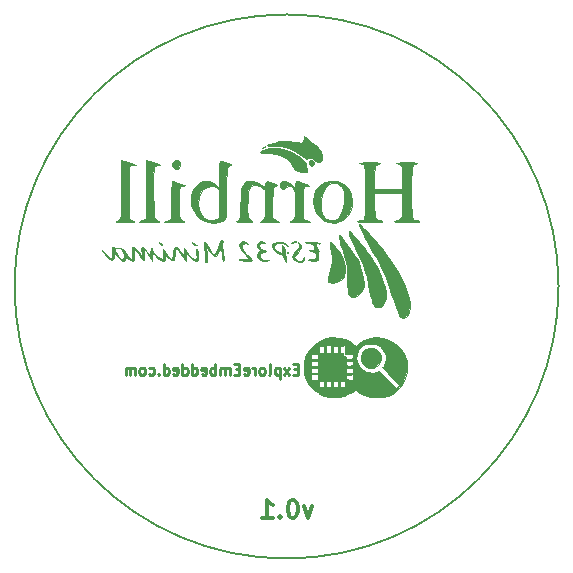
<source format=gbr>
G04 #@! TF.FileFunction,Legend,Bot*
%FSLAX46Y46*%
G04 Gerber Fmt 4.6, Leading zero omitted, Abs format (unit mm)*
G04 Created by KiCad (PCBNEW 4.0.4-stable) date 01/19/17 13:05:08*
%MOMM*%
%LPD*%
G01*
G04 APERTURE LIST*
%ADD10C,0.100000*%
%ADD11C,0.300000*%
%ADD12C,0.225000*%
%ADD13C,0.150000*%
%ADD14C,0.002540*%
%ADD15C,0.010000*%
G04 APERTURE END LIST*
D10*
D11*
X86496256Y-163102171D02*
X86139113Y-164102171D01*
X85781971Y-163102171D01*
X84924828Y-162602171D02*
X84781971Y-162602171D01*
X84639114Y-162673600D01*
X84567685Y-162745029D01*
X84496256Y-162887886D01*
X84424828Y-163173600D01*
X84424828Y-163530743D01*
X84496256Y-163816457D01*
X84567685Y-163959314D01*
X84639114Y-164030743D01*
X84781971Y-164102171D01*
X84924828Y-164102171D01*
X85067685Y-164030743D01*
X85139114Y-163959314D01*
X85210542Y-163816457D01*
X85281971Y-163530743D01*
X85281971Y-163173600D01*
X85210542Y-162887886D01*
X85139114Y-162745029D01*
X85067685Y-162673600D01*
X84924828Y-162602171D01*
X83781971Y-163959314D02*
X83710543Y-164030743D01*
X83781971Y-164102171D01*
X83853400Y-164030743D01*
X83781971Y-163959314D01*
X83781971Y-164102171D01*
X82281971Y-164102171D02*
X83139114Y-164102171D01*
X82710542Y-164102171D02*
X82710542Y-162602171D01*
X82853399Y-162816457D01*
X82996257Y-162959314D01*
X83139114Y-163030743D01*
D12*
X85289116Y-151548314D02*
X84989116Y-151548314D01*
X84860545Y-152019743D02*
X85289116Y-152019743D01*
X85289116Y-151119743D01*
X84860545Y-151119743D01*
X84560545Y-152019743D02*
X84089116Y-151419743D01*
X84560545Y-151419743D02*
X84089116Y-152019743D01*
X83746259Y-151419743D02*
X83746259Y-152319743D01*
X83746259Y-151462600D02*
X83660545Y-151419743D01*
X83489116Y-151419743D01*
X83403402Y-151462600D01*
X83360545Y-151505457D01*
X83317688Y-151591171D01*
X83317688Y-151848314D01*
X83360545Y-151934029D01*
X83403402Y-151976886D01*
X83489116Y-152019743D01*
X83660545Y-152019743D01*
X83746259Y-151976886D01*
X82803402Y-152019743D02*
X82889116Y-151976886D01*
X82931973Y-151891171D01*
X82931973Y-151119743D01*
X82331973Y-152019743D02*
X82417687Y-151976886D01*
X82460544Y-151934029D01*
X82503401Y-151848314D01*
X82503401Y-151591171D01*
X82460544Y-151505457D01*
X82417687Y-151462600D01*
X82331973Y-151419743D01*
X82203401Y-151419743D01*
X82117687Y-151462600D01*
X82074830Y-151505457D01*
X82031973Y-151591171D01*
X82031973Y-151848314D01*
X82074830Y-151934029D01*
X82117687Y-151976886D01*
X82203401Y-152019743D01*
X82331973Y-152019743D01*
X81646258Y-152019743D02*
X81646258Y-151419743D01*
X81646258Y-151591171D02*
X81603401Y-151505457D01*
X81560544Y-151462600D01*
X81474830Y-151419743D01*
X81389115Y-151419743D01*
X80746258Y-151976886D02*
X80831972Y-152019743D01*
X81003401Y-152019743D01*
X81089115Y-151976886D01*
X81131972Y-151891171D01*
X81131972Y-151548314D01*
X81089115Y-151462600D01*
X81003401Y-151419743D01*
X80831972Y-151419743D01*
X80746258Y-151462600D01*
X80703401Y-151548314D01*
X80703401Y-151634029D01*
X81131972Y-151719743D01*
X80317686Y-151548314D02*
X80017686Y-151548314D01*
X79889115Y-152019743D02*
X80317686Y-152019743D01*
X80317686Y-151119743D01*
X79889115Y-151119743D01*
X79503400Y-152019743D02*
X79503400Y-151419743D01*
X79503400Y-151505457D02*
X79460543Y-151462600D01*
X79374829Y-151419743D01*
X79246257Y-151419743D01*
X79160543Y-151462600D01*
X79117686Y-151548314D01*
X79117686Y-152019743D01*
X79117686Y-151548314D02*
X79074829Y-151462600D01*
X78989115Y-151419743D01*
X78860543Y-151419743D01*
X78774829Y-151462600D01*
X78731972Y-151548314D01*
X78731972Y-152019743D01*
X78303400Y-152019743D02*
X78303400Y-151119743D01*
X78303400Y-151462600D02*
X78217686Y-151419743D01*
X78046257Y-151419743D01*
X77960543Y-151462600D01*
X77917686Y-151505457D01*
X77874829Y-151591171D01*
X77874829Y-151848314D01*
X77917686Y-151934029D01*
X77960543Y-151976886D01*
X78046257Y-152019743D01*
X78217686Y-152019743D01*
X78303400Y-151976886D01*
X77146257Y-151976886D02*
X77231971Y-152019743D01*
X77403400Y-152019743D01*
X77489114Y-151976886D01*
X77531971Y-151891171D01*
X77531971Y-151548314D01*
X77489114Y-151462600D01*
X77403400Y-151419743D01*
X77231971Y-151419743D01*
X77146257Y-151462600D01*
X77103400Y-151548314D01*
X77103400Y-151634029D01*
X77531971Y-151719743D01*
X76331971Y-152019743D02*
X76331971Y-151119743D01*
X76331971Y-151976886D02*
X76417685Y-152019743D01*
X76589114Y-152019743D01*
X76674828Y-151976886D01*
X76717685Y-151934029D01*
X76760542Y-151848314D01*
X76760542Y-151591171D01*
X76717685Y-151505457D01*
X76674828Y-151462600D01*
X76589114Y-151419743D01*
X76417685Y-151419743D01*
X76331971Y-151462600D01*
X75517685Y-152019743D02*
X75517685Y-151119743D01*
X75517685Y-151976886D02*
X75603399Y-152019743D01*
X75774828Y-152019743D01*
X75860542Y-151976886D01*
X75903399Y-151934029D01*
X75946256Y-151848314D01*
X75946256Y-151591171D01*
X75903399Y-151505457D01*
X75860542Y-151462600D01*
X75774828Y-151419743D01*
X75603399Y-151419743D01*
X75517685Y-151462600D01*
X74746256Y-151976886D02*
X74831970Y-152019743D01*
X75003399Y-152019743D01*
X75089113Y-151976886D01*
X75131970Y-151891171D01*
X75131970Y-151548314D01*
X75089113Y-151462600D01*
X75003399Y-151419743D01*
X74831970Y-151419743D01*
X74746256Y-151462600D01*
X74703399Y-151548314D01*
X74703399Y-151634029D01*
X75131970Y-151719743D01*
X73931970Y-152019743D02*
X73931970Y-151119743D01*
X73931970Y-151976886D02*
X74017684Y-152019743D01*
X74189113Y-152019743D01*
X74274827Y-151976886D01*
X74317684Y-151934029D01*
X74360541Y-151848314D01*
X74360541Y-151591171D01*
X74317684Y-151505457D01*
X74274827Y-151462600D01*
X74189113Y-151419743D01*
X74017684Y-151419743D01*
X73931970Y-151462600D01*
X73503398Y-151934029D02*
X73460541Y-151976886D01*
X73503398Y-152019743D01*
X73546255Y-151976886D01*
X73503398Y-151934029D01*
X73503398Y-152019743D01*
X72689113Y-151976886D02*
X72774827Y-152019743D01*
X72946256Y-152019743D01*
X73031970Y-151976886D01*
X73074827Y-151934029D01*
X73117684Y-151848314D01*
X73117684Y-151591171D01*
X73074827Y-151505457D01*
X73031970Y-151462600D01*
X72946256Y-151419743D01*
X72774827Y-151419743D01*
X72689113Y-151462600D01*
X72174827Y-152019743D02*
X72260541Y-151976886D01*
X72303398Y-151934029D01*
X72346255Y-151848314D01*
X72346255Y-151591171D01*
X72303398Y-151505457D01*
X72260541Y-151462600D01*
X72174827Y-151419743D01*
X72046255Y-151419743D01*
X71960541Y-151462600D01*
X71917684Y-151505457D01*
X71874827Y-151591171D01*
X71874827Y-151848314D01*
X71917684Y-151934029D01*
X71960541Y-151976886D01*
X72046255Y-152019743D01*
X72174827Y-152019743D01*
X71489112Y-152019743D02*
X71489112Y-151419743D01*
X71489112Y-151505457D02*
X71446255Y-151462600D01*
X71360541Y-151419743D01*
X71231969Y-151419743D01*
X71146255Y-151462600D01*
X71103398Y-151548314D01*
X71103398Y-152019743D01*
X71103398Y-151548314D02*
X71060541Y-151462600D01*
X70974827Y-151419743D01*
X70846255Y-151419743D01*
X70760541Y-151462600D01*
X70717684Y-151548314D01*
X70717684Y-152019743D01*
D13*
X107358112Y-144526000D02*
G75*
G03X107358112Y-144526000I-23030112J0D01*
G01*
D14*
G36*
X85811360Y-151396700D02*
X85818980Y-151724360D01*
X85834220Y-151958040D01*
X85869780Y-152138380D01*
X85925660Y-152303480D01*
X85968840Y-152397460D01*
X86268560Y-152897840D01*
X86352380Y-152986740D01*
X86352380Y-150235920D01*
X86680040Y-150235920D01*
X86873080Y-150238460D01*
X86967060Y-150263860D01*
X87002620Y-150329900D01*
X87007700Y-150418800D01*
X86989920Y-150581360D01*
X86921340Y-150660100D01*
X86771480Y-150677880D01*
X86654640Y-150672800D01*
X86487000Y-150652480D01*
X86405720Y-150599140D01*
X86377780Y-150482300D01*
X86372700Y-150444200D01*
X86352380Y-150235920D01*
X86352380Y-152986740D01*
X86360000Y-152996900D01*
X86360000Y-152427940D01*
X86360000Y-152204420D01*
X86360000Y-151978360D01*
X86360000Y-151848820D01*
X86360000Y-151622760D01*
X86360000Y-151396700D01*
X86360000Y-151267160D01*
X86360000Y-151043640D01*
X86360000Y-150817580D01*
X86682580Y-150817580D01*
X87007700Y-150817580D01*
X87007700Y-151043640D01*
X87007700Y-151267160D01*
X86682580Y-151267160D01*
X86360000Y-151267160D01*
X86360000Y-151396700D01*
X86682580Y-151396700D01*
X87007700Y-151396700D01*
X87007700Y-151622760D01*
X87007700Y-151848820D01*
X86682580Y-151848820D01*
X86360000Y-151848820D01*
X86360000Y-151978360D01*
X86682580Y-151978360D01*
X87007700Y-151978360D01*
X87007700Y-152204420D01*
X87007700Y-152427940D01*
X86682580Y-152427940D01*
X86360000Y-152427940D01*
X86360000Y-152996900D01*
X86641940Y-153296620D01*
X87071200Y-153583640D01*
X87071200Y-152786080D01*
X87071200Y-150172420D01*
X87071200Y-149844760D01*
X87071200Y-149517100D01*
X87279480Y-149537420D01*
X87406480Y-149557740D01*
X87472520Y-149613620D01*
X87500460Y-149738080D01*
X87510620Y-149865080D01*
X87528400Y-150172420D01*
X87299800Y-150172420D01*
X87071200Y-150172420D01*
X87071200Y-152786080D01*
X87076280Y-152605740D01*
X87109300Y-152521920D01*
X87195660Y-152493980D01*
X87297260Y-152493980D01*
X87436960Y-152499060D01*
X87500460Y-152539700D01*
X87520780Y-152654000D01*
X87520780Y-152786080D01*
X87518240Y-152963880D01*
X87485220Y-153045160D01*
X87398860Y-153073100D01*
X87297260Y-153075640D01*
X87157560Y-153068020D01*
X87091520Y-153027380D01*
X87073740Y-152913080D01*
X87071200Y-152786080D01*
X87071200Y-153583640D01*
X87101680Y-153606500D01*
X87503000Y-153784300D01*
X87650320Y-153827480D01*
X87650320Y-152786080D01*
X87650320Y-150172420D01*
X87650320Y-149849840D01*
X87650320Y-149524720D01*
X87876380Y-149524720D01*
X88102440Y-149524720D01*
X88102440Y-149849840D01*
X88102440Y-150172420D01*
X87876380Y-150172420D01*
X87650320Y-150172420D01*
X87650320Y-152786080D01*
X87657940Y-152605740D01*
X87690960Y-152521920D01*
X87777320Y-152493980D01*
X87876380Y-152493980D01*
X88016080Y-152499060D01*
X88082120Y-152539700D01*
X88102440Y-152654000D01*
X88102440Y-152786080D01*
X88097360Y-152963880D01*
X88064340Y-153045160D01*
X87977980Y-153073100D01*
X87876380Y-153075640D01*
X87739220Y-153068020D01*
X87673180Y-153027380D01*
X87652860Y-152913080D01*
X87650320Y-152786080D01*
X87650320Y-153827480D01*
X87739220Y-153857960D01*
X87950040Y-153898600D01*
X88196420Y-153908760D01*
X88247220Y-153906220D01*
X88247220Y-152786080D01*
X88252300Y-152605740D01*
X88265000Y-152565100D01*
X88265000Y-149959060D01*
X88265000Y-149849840D01*
X88270080Y-149669500D01*
X88305640Y-149580600D01*
X88394540Y-149547580D01*
X88473280Y-149537420D01*
X88681560Y-149517100D01*
X88681560Y-149849840D01*
X88681560Y-150180040D01*
X88473280Y-150157180D01*
X88343740Y-150139400D01*
X88285320Y-150086060D01*
X88265000Y-149959060D01*
X88265000Y-152565100D01*
X88280240Y-152521920D01*
X88366600Y-152493980D01*
X88463120Y-152493980D01*
X88600280Y-152499060D01*
X88663780Y-152542240D01*
X88681560Y-152656540D01*
X88681560Y-152786080D01*
X88679020Y-152963880D01*
X88646000Y-153045160D01*
X88559640Y-153073100D01*
X88468200Y-153075640D01*
X88336120Y-153068020D01*
X88272620Y-153022300D01*
X88252300Y-152908000D01*
X88247220Y-152786080D01*
X88247220Y-153906220D01*
X88478360Y-153901140D01*
X88798400Y-153878280D01*
X88859360Y-153865580D01*
X88859360Y-152915620D01*
X88861900Y-152882600D01*
X88861900Y-149606000D01*
X88905080Y-149567900D01*
X89034620Y-149539960D01*
X89049860Y-149539960D01*
X89258140Y-149517100D01*
X89275920Y-149890480D01*
X89296240Y-150263860D01*
X89329260Y-150261320D01*
X89329260Y-149946360D01*
X89329260Y-149687280D01*
X89359740Y-149654260D01*
X89392760Y-149687280D01*
X89359740Y-149717760D01*
X89329260Y-149687280D01*
X89329260Y-149946360D01*
X89359740Y-149913340D01*
X89392760Y-149946360D01*
X89359740Y-149979380D01*
X89329260Y-149946360D01*
X89329260Y-150261320D01*
X89634060Y-150243540D01*
X89832180Y-150235920D01*
X89933780Y-150253700D01*
X89969340Y-150312120D01*
X89974420Y-150418800D01*
X89964260Y-150543260D01*
X89908380Y-150604220D01*
X89771220Y-150629620D01*
X89700100Y-150634700D01*
X89489280Y-150644860D01*
X89377520Y-150629620D01*
X89334340Y-150576280D01*
X89329260Y-150522940D01*
X89301320Y-150441660D01*
X89281000Y-150436580D01*
X89131140Y-150431500D01*
X89080340Y-150350220D01*
X89090500Y-150299420D01*
X89087960Y-150197820D01*
X88999060Y-150172420D01*
X88917780Y-150147020D01*
X88884760Y-150053040D01*
X88877140Y-149913340D01*
X88874600Y-149735540D01*
X88864440Y-149621240D01*
X88861900Y-149606000D01*
X88861900Y-152882600D01*
X88866980Y-152786080D01*
X88887300Y-152605740D01*
X88930480Y-152519380D01*
X89016840Y-152493980D01*
X89077800Y-152493980D01*
X89192100Y-152501600D01*
X89245440Y-152552400D01*
X89263220Y-152679400D01*
X89263220Y-152786080D01*
X89260680Y-152963880D01*
X89227660Y-153045160D01*
X89141300Y-153073100D01*
X89054940Y-153075640D01*
X88927940Y-153068020D01*
X88869520Y-153027380D01*
X88859360Y-152915620D01*
X88859360Y-153865580D01*
X89039700Y-153837640D01*
X89260680Y-153766520D01*
X89321640Y-153736040D01*
X89321640Y-150817580D01*
X89646760Y-150817580D01*
X89839800Y-150820120D01*
X89936320Y-150845520D01*
X89969340Y-150911560D01*
X89974420Y-151003000D01*
X89956640Y-151135080D01*
X89882980Y-151203660D01*
X89730580Y-151231600D01*
X89560400Y-151229060D01*
X89418160Y-151206200D01*
X89357200Y-151127460D01*
X89341960Y-151020780D01*
X89321640Y-150817580D01*
X89321640Y-153736040D01*
X89359740Y-153720800D01*
X89359740Y-152204420D01*
X89359740Y-151622760D01*
X89369900Y-151505920D01*
X89418160Y-151444960D01*
X89542620Y-151419560D01*
X89667080Y-151409400D01*
X89974420Y-151389080D01*
X89974420Y-151622760D01*
X89974420Y-151856440D01*
X89667080Y-151836120D01*
X89481660Y-151818340D01*
X89392760Y-151782780D01*
X89364820Y-151704040D01*
X89359740Y-151622760D01*
X89359740Y-152204420D01*
X89369900Y-152085040D01*
X89418160Y-152026620D01*
X89542620Y-151998680D01*
X89667080Y-151988520D01*
X89974420Y-151970740D01*
X89974420Y-152204420D01*
X89974420Y-152435560D01*
X89667080Y-152417780D01*
X89481660Y-152400000D01*
X89392760Y-152361900D01*
X89364820Y-152283160D01*
X89359740Y-152204420D01*
X89359740Y-153720800D01*
X89471500Y-153670000D01*
X89697560Y-153548080D01*
X89885520Y-153428700D01*
X89999820Y-153337260D01*
X90070940Y-153271220D01*
X90136980Y-153255980D01*
X90230960Y-153296620D01*
X90230960Y-150604220D01*
X90274140Y-150253700D01*
X90418920Y-149920960D01*
X90665300Y-149628860D01*
X90802460Y-149519640D01*
X90952320Y-149433280D01*
X91114880Y-149385020D01*
X91335860Y-149367240D01*
X91495880Y-149364700D01*
X91749880Y-149369780D01*
X91922600Y-149392640D01*
X92057220Y-149451060D01*
X92196920Y-149552660D01*
X92209620Y-149562820D01*
X92428060Y-149783800D01*
X92605860Y-150058120D01*
X92720160Y-150337520D01*
X92748100Y-150522940D01*
X92720160Y-150784560D01*
X92651580Y-151043640D01*
X92552520Y-151246840D01*
X92506800Y-151305260D01*
X92440760Y-151386540D01*
X92466160Y-151452580D01*
X92560140Y-151526240D01*
X92661740Y-151617680D01*
X92829380Y-151782780D01*
X93037660Y-151996140D01*
X93266260Y-152239980D01*
X93294200Y-152270460D01*
X93870780Y-152897840D01*
X93715840Y-153022300D01*
X93560900Y-153149300D01*
X93136720Y-152709880D01*
X92910660Y-152468580D01*
X92682060Y-152224740D01*
X92491560Y-152011380D01*
X92448380Y-151960580D01*
X92184220Y-151653240D01*
X91953080Y-151752300D01*
X91577160Y-151841200D01*
X91193620Y-151805640D01*
X91020900Y-151749760D01*
X90683080Y-151546560D01*
X90439240Y-151272240D01*
X90286840Y-150952200D01*
X90230960Y-150604220D01*
X90230960Y-153296620D01*
X90233500Y-153299160D01*
X90398600Y-153410920D01*
X90413840Y-153426160D01*
X90886280Y-153687780D01*
X91409520Y-153852880D01*
X91953080Y-153918920D01*
X92483940Y-153880820D01*
X92877640Y-153771600D01*
X93390720Y-153512520D01*
X93822520Y-153164540D01*
X94157800Y-152740360D01*
X94394020Y-152255220D01*
X94523560Y-151726900D01*
X94536260Y-151163020D01*
X94493080Y-150868380D01*
X94381320Y-150449280D01*
X94208600Y-150091140D01*
X93954600Y-149750780D01*
X93837760Y-149621240D01*
X93431360Y-149278340D01*
X92961460Y-149026880D01*
X92453460Y-148879560D01*
X91927680Y-148828760D01*
X91406980Y-148882100D01*
X90909140Y-149037040D01*
X90459560Y-149296120D01*
X90357960Y-149377400D01*
X90170000Y-149534880D01*
X89959180Y-149377400D01*
X89494360Y-149092920D01*
X88976200Y-148912580D01*
X88755220Y-148869400D01*
X88193880Y-148833840D01*
X87652860Y-148922740D01*
X87147400Y-149118320D01*
X86695280Y-149418040D01*
X86311740Y-149816820D01*
X86014560Y-150296880D01*
X86012020Y-150299420D01*
X85920580Y-150502620D01*
X85862160Y-150672800D01*
X85829140Y-150853140D01*
X85816440Y-151079200D01*
X85811360Y-151396700D01*
X85811360Y-151396700D01*
X85811360Y-151396700D01*
G37*
X85811360Y-151396700D02*
X85818980Y-151724360D01*
X85834220Y-151958040D01*
X85869780Y-152138380D01*
X85925660Y-152303480D01*
X85968840Y-152397460D01*
X86268560Y-152897840D01*
X86352380Y-152986740D01*
X86352380Y-150235920D01*
X86680040Y-150235920D01*
X86873080Y-150238460D01*
X86967060Y-150263860D01*
X87002620Y-150329900D01*
X87007700Y-150418800D01*
X86989920Y-150581360D01*
X86921340Y-150660100D01*
X86771480Y-150677880D01*
X86654640Y-150672800D01*
X86487000Y-150652480D01*
X86405720Y-150599140D01*
X86377780Y-150482300D01*
X86372700Y-150444200D01*
X86352380Y-150235920D01*
X86352380Y-152986740D01*
X86360000Y-152996900D01*
X86360000Y-152427940D01*
X86360000Y-152204420D01*
X86360000Y-151978360D01*
X86360000Y-151848820D01*
X86360000Y-151622760D01*
X86360000Y-151396700D01*
X86360000Y-151267160D01*
X86360000Y-151043640D01*
X86360000Y-150817580D01*
X86682580Y-150817580D01*
X87007700Y-150817580D01*
X87007700Y-151043640D01*
X87007700Y-151267160D01*
X86682580Y-151267160D01*
X86360000Y-151267160D01*
X86360000Y-151396700D01*
X86682580Y-151396700D01*
X87007700Y-151396700D01*
X87007700Y-151622760D01*
X87007700Y-151848820D01*
X86682580Y-151848820D01*
X86360000Y-151848820D01*
X86360000Y-151978360D01*
X86682580Y-151978360D01*
X87007700Y-151978360D01*
X87007700Y-152204420D01*
X87007700Y-152427940D01*
X86682580Y-152427940D01*
X86360000Y-152427940D01*
X86360000Y-152996900D01*
X86641940Y-153296620D01*
X87071200Y-153583640D01*
X87071200Y-152786080D01*
X87071200Y-150172420D01*
X87071200Y-149844760D01*
X87071200Y-149517100D01*
X87279480Y-149537420D01*
X87406480Y-149557740D01*
X87472520Y-149613620D01*
X87500460Y-149738080D01*
X87510620Y-149865080D01*
X87528400Y-150172420D01*
X87299800Y-150172420D01*
X87071200Y-150172420D01*
X87071200Y-152786080D01*
X87076280Y-152605740D01*
X87109300Y-152521920D01*
X87195660Y-152493980D01*
X87297260Y-152493980D01*
X87436960Y-152499060D01*
X87500460Y-152539700D01*
X87520780Y-152654000D01*
X87520780Y-152786080D01*
X87518240Y-152963880D01*
X87485220Y-153045160D01*
X87398860Y-153073100D01*
X87297260Y-153075640D01*
X87157560Y-153068020D01*
X87091520Y-153027380D01*
X87073740Y-152913080D01*
X87071200Y-152786080D01*
X87071200Y-153583640D01*
X87101680Y-153606500D01*
X87503000Y-153784300D01*
X87650320Y-153827480D01*
X87650320Y-152786080D01*
X87650320Y-150172420D01*
X87650320Y-149849840D01*
X87650320Y-149524720D01*
X87876380Y-149524720D01*
X88102440Y-149524720D01*
X88102440Y-149849840D01*
X88102440Y-150172420D01*
X87876380Y-150172420D01*
X87650320Y-150172420D01*
X87650320Y-152786080D01*
X87657940Y-152605740D01*
X87690960Y-152521920D01*
X87777320Y-152493980D01*
X87876380Y-152493980D01*
X88016080Y-152499060D01*
X88082120Y-152539700D01*
X88102440Y-152654000D01*
X88102440Y-152786080D01*
X88097360Y-152963880D01*
X88064340Y-153045160D01*
X87977980Y-153073100D01*
X87876380Y-153075640D01*
X87739220Y-153068020D01*
X87673180Y-153027380D01*
X87652860Y-152913080D01*
X87650320Y-152786080D01*
X87650320Y-153827480D01*
X87739220Y-153857960D01*
X87950040Y-153898600D01*
X88196420Y-153908760D01*
X88247220Y-153906220D01*
X88247220Y-152786080D01*
X88252300Y-152605740D01*
X88265000Y-152565100D01*
X88265000Y-149959060D01*
X88265000Y-149849840D01*
X88270080Y-149669500D01*
X88305640Y-149580600D01*
X88394540Y-149547580D01*
X88473280Y-149537420D01*
X88681560Y-149517100D01*
X88681560Y-149849840D01*
X88681560Y-150180040D01*
X88473280Y-150157180D01*
X88343740Y-150139400D01*
X88285320Y-150086060D01*
X88265000Y-149959060D01*
X88265000Y-152565100D01*
X88280240Y-152521920D01*
X88366600Y-152493980D01*
X88463120Y-152493980D01*
X88600280Y-152499060D01*
X88663780Y-152542240D01*
X88681560Y-152656540D01*
X88681560Y-152786080D01*
X88679020Y-152963880D01*
X88646000Y-153045160D01*
X88559640Y-153073100D01*
X88468200Y-153075640D01*
X88336120Y-153068020D01*
X88272620Y-153022300D01*
X88252300Y-152908000D01*
X88247220Y-152786080D01*
X88247220Y-153906220D01*
X88478360Y-153901140D01*
X88798400Y-153878280D01*
X88859360Y-153865580D01*
X88859360Y-152915620D01*
X88861900Y-152882600D01*
X88861900Y-149606000D01*
X88905080Y-149567900D01*
X89034620Y-149539960D01*
X89049860Y-149539960D01*
X89258140Y-149517100D01*
X89275920Y-149890480D01*
X89296240Y-150263860D01*
X89329260Y-150261320D01*
X89329260Y-149946360D01*
X89329260Y-149687280D01*
X89359740Y-149654260D01*
X89392760Y-149687280D01*
X89359740Y-149717760D01*
X89329260Y-149687280D01*
X89329260Y-149946360D01*
X89359740Y-149913340D01*
X89392760Y-149946360D01*
X89359740Y-149979380D01*
X89329260Y-149946360D01*
X89329260Y-150261320D01*
X89634060Y-150243540D01*
X89832180Y-150235920D01*
X89933780Y-150253700D01*
X89969340Y-150312120D01*
X89974420Y-150418800D01*
X89964260Y-150543260D01*
X89908380Y-150604220D01*
X89771220Y-150629620D01*
X89700100Y-150634700D01*
X89489280Y-150644860D01*
X89377520Y-150629620D01*
X89334340Y-150576280D01*
X89329260Y-150522940D01*
X89301320Y-150441660D01*
X89281000Y-150436580D01*
X89131140Y-150431500D01*
X89080340Y-150350220D01*
X89090500Y-150299420D01*
X89087960Y-150197820D01*
X88999060Y-150172420D01*
X88917780Y-150147020D01*
X88884760Y-150053040D01*
X88877140Y-149913340D01*
X88874600Y-149735540D01*
X88864440Y-149621240D01*
X88861900Y-149606000D01*
X88861900Y-152882600D01*
X88866980Y-152786080D01*
X88887300Y-152605740D01*
X88930480Y-152519380D01*
X89016840Y-152493980D01*
X89077800Y-152493980D01*
X89192100Y-152501600D01*
X89245440Y-152552400D01*
X89263220Y-152679400D01*
X89263220Y-152786080D01*
X89260680Y-152963880D01*
X89227660Y-153045160D01*
X89141300Y-153073100D01*
X89054940Y-153075640D01*
X88927940Y-153068020D01*
X88869520Y-153027380D01*
X88859360Y-152915620D01*
X88859360Y-153865580D01*
X89039700Y-153837640D01*
X89260680Y-153766520D01*
X89321640Y-153736040D01*
X89321640Y-150817580D01*
X89646760Y-150817580D01*
X89839800Y-150820120D01*
X89936320Y-150845520D01*
X89969340Y-150911560D01*
X89974420Y-151003000D01*
X89956640Y-151135080D01*
X89882980Y-151203660D01*
X89730580Y-151231600D01*
X89560400Y-151229060D01*
X89418160Y-151206200D01*
X89357200Y-151127460D01*
X89341960Y-151020780D01*
X89321640Y-150817580D01*
X89321640Y-153736040D01*
X89359740Y-153720800D01*
X89359740Y-152204420D01*
X89359740Y-151622760D01*
X89369900Y-151505920D01*
X89418160Y-151444960D01*
X89542620Y-151419560D01*
X89667080Y-151409400D01*
X89974420Y-151389080D01*
X89974420Y-151622760D01*
X89974420Y-151856440D01*
X89667080Y-151836120D01*
X89481660Y-151818340D01*
X89392760Y-151782780D01*
X89364820Y-151704040D01*
X89359740Y-151622760D01*
X89359740Y-152204420D01*
X89369900Y-152085040D01*
X89418160Y-152026620D01*
X89542620Y-151998680D01*
X89667080Y-151988520D01*
X89974420Y-151970740D01*
X89974420Y-152204420D01*
X89974420Y-152435560D01*
X89667080Y-152417780D01*
X89481660Y-152400000D01*
X89392760Y-152361900D01*
X89364820Y-152283160D01*
X89359740Y-152204420D01*
X89359740Y-153720800D01*
X89471500Y-153670000D01*
X89697560Y-153548080D01*
X89885520Y-153428700D01*
X89999820Y-153337260D01*
X90070940Y-153271220D01*
X90136980Y-153255980D01*
X90230960Y-153296620D01*
X90230960Y-150604220D01*
X90274140Y-150253700D01*
X90418920Y-149920960D01*
X90665300Y-149628860D01*
X90802460Y-149519640D01*
X90952320Y-149433280D01*
X91114880Y-149385020D01*
X91335860Y-149367240D01*
X91495880Y-149364700D01*
X91749880Y-149369780D01*
X91922600Y-149392640D01*
X92057220Y-149451060D01*
X92196920Y-149552660D01*
X92209620Y-149562820D01*
X92428060Y-149783800D01*
X92605860Y-150058120D01*
X92720160Y-150337520D01*
X92748100Y-150522940D01*
X92720160Y-150784560D01*
X92651580Y-151043640D01*
X92552520Y-151246840D01*
X92506800Y-151305260D01*
X92440760Y-151386540D01*
X92466160Y-151452580D01*
X92560140Y-151526240D01*
X92661740Y-151617680D01*
X92829380Y-151782780D01*
X93037660Y-151996140D01*
X93266260Y-152239980D01*
X93294200Y-152270460D01*
X93870780Y-152897840D01*
X93715840Y-153022300D01*
X93560900Y-153149300D01*
X93136720Y-152709880D01*
X92910660Y-152468580D01*
X92682060Y-152224740D01*
X92491560Y-152011380D01*
X92448380Y-151960580D01*
X92184220Y-151653240D01*
X91953080Y-151752300D01*
X91577160Y-151841200D01*
X91193620Y-151805640D01*
X91020900Y-151749760D01*
X90683080Y-151546560D01*
X90439240Y-151272240D01*
X90286840Y-150952200D01*
X90230960Y-150604220D01*
X90230960Y-153296620D01*
X90233500Y-153299160D01*
X90398600Y-153410920D01*
X90413840Y-153426160D01*
X90886280Y-153687780D01*
X91409520Y-153852880D01*
X91953080Y-153918920D01*
X92483940Y-153880820D01*
X92877640Y-153771600D01*
X93390720Y-153512520D01*
X93822520Y-153164540D01*
X94157800Y-152740360D01*
X94394020Y-152255220D01*
X94523560Y-151726900D01*
X94536260Y-151163020D01*
X94493080Y-150868380D01*
X94381320Y-150449280D01*
X94208600Y-150091140D01*
X93954600Y-149750780D01*
X93837760Y-149621240D01*
X93431360Y-149278340D01*
X92961460Y-149026880D01*
X92453460Y-148879560D01*
X91927680Y-148828760D01*
X91406980Y-148882100D01*
X90909140Y-149037040D01*
X90459560Y-149296120D01*
X90357960Y-149377400D01*
X90170000Y-149534880D01*
X89959180Y-149377400D01*
X89494360Y-149092920D01*
X88976200Y-148912580D01*
X88755220Y-148869400D01*
X88193880Y-148833840D01*
X87652860Y-148922740D01*
X87147400Y-149118320D01*
X86695280Y-149418040D01*
X86311740Y-149816820D01*
X86014560Y-150296880D01*
X86012020Y-150299420D01*
X85920580Y-150502620D01*
X85862160Y-150672800D01*
X85829140Y-150853140D01*
X85816440Y-151079200D01*
X85811360Y-151396700D01*
X85811360Y-151396700D01*
G36*
X90632280Y-150456900D02*
X90650060Y-150751540D01*
X90756740Y-151028400D01*
X90939620Y-151257000D01*
X91183460Y-151409400D01*
X91457780Y-151460200D01*
X91625420Y-151432260D01*
X91818460Y-151361140D01*
X91838780Y-151348440D01*
X92102940Y-151150320D01*
X92268040Y-150898860D01*
X92334080Y-150614380D01*
X92301060Y-150324820D01*
X92163900Y-150058120D01*
X91927680Y-149839680D01*
X91899740Y-149821900D01*
X91625420Y-149727920D01*
X91330780Y-149738080D01*
X91048840Y-149839680D01*
X90817700Y-150022560D01*
X90718640Y-150164800D01*
X90632280Y-150456900D01*
X90632280Y-150456900D01*
X90632280Y-150456900D01*
G37*
X90632280Y-150456900D02*
X90650060Y-150751540D01*
X90756740Y-151028400D01*
X90939620Y-151257000D01*
X91183460Y-151409400D01*
X91457780Y-151460200D01*
X91625420Y-151432260D01*
X91818460Y-151361140D01*
X91838780Y-151348440D01*
X92102940Y-151150320D01*
X92268040Y-150898860D01*
X92334080Y-150614380D01*
X92301060Y-150324820D01*
X92163900Y-150058120D01*
X91927680Y-149839680D01*
X91899740Y-149821900D01*
X91625420Y-149727920D01*
X91330780Y-149738080D01*
X91048840Y-149839680D01*
X90817700Y-150022560D01*
X90718640Y-150164800D01*
X90632280Y-150456900D01*
X90632280Y-150456900D01*
D15*
G36*
X90476546Y-139346328D02*
X90561667Y-139555998D01*
X90699908Y-139855955D01*
X90876499Y-140217450D01*
X91076668Y-140611733D01*
X91285645Y-141010055D01*
X91488661Y-141383666D01*
X91670943Y-141703816D01*
X91817723Y-141941755D01*
X91892490Y-142045267D01*
X92073618Y-142307760D01*
X92270162Y-142685376D01*
X92487629Y-143190843D01*
X92731524Y-143836893D01*
X92988516Y-144579904D01*
X93195941Y-145190017D01*
X93394448Y-145756603D01*
X93575141Y-146255512D01*
X93729123Y-146662593D01*
X93847497Y-146953696D01*
X93914456Y-147093582D01*
X93989085Y-147123268D01*
X94109824Y-147162340D01*
X94297624Y-147162731D01*
X94492533Y-147026688D01*
X94504479Y-147014885D01*
X94694967Y-146710401D01*
X94782562Y-146299877D01*
X94767887Y-145811286D01*
X94651562Y-145272599D01*
X94454281Y-144754600D01*
X94322405Y-144467160D01*
X94161113Y-144112944D01*
X94038283Y-143841604D01*
X93668504Y-143135335D01*
X93156883Y-142340795D01*
X92504786Y-141460072D01*
X92372319Y-141292204D01*
X92062155Y-140913053D01*
X91733656Y-140529303D01*
X91406112Y-140161491D01*
X91098816Y-139830155D01*
X90831060Y-139555832D01*
X90622135Y-139359059D01*
X90491334Y-139260375D01*
X90459314Y-139255696D01*
X90476546Y-139346328D01*
X90476546Y-139346328D01*
G37*
X90476546Y-139346328D02*
X90561667Y-139555998D01*
X90699908Y-139855955D01*
X90876499Y-140217450D01*
X91076668Y-140611733D01*
X91285645Y-141010055D01*
X91488661Y-141383666D01*
X91670943Y-141703816D01*
X91817723Y-141941755D01*
X91892490Y-142045267D01*
X92073618Y-142307760D01*
X92270162Y-142685376D01*
X92487629Y-143190843D01*
X92731524Y-143836893D01*
X92988516Y-144579904D01*
X93195941Y-145190017D01*
X93394448Y-145756603D01*
X93575141Y-146255512D01*
X93729123Y-146662593D01*
X93847497Y-146953696D01*
X93914456Y-147093582D01*
X93989085Y-147123268D01*
X94109824Y-147162340D01*
X94297624Y-147162731D01*
X94492533Y-147026688D01*
X94504479Y-147014885D01*
X94694967Y-146710401D01*
X94782562Y-146299877D01*
X94767887Y-145811286D01*
X94651562Y-145272599D01*
X94454281Y-144754600D01*
X94322405Y-144467160D01*
X94161113Y-144112944D01*
X94038283Y-143841604D01*
X93668504Y-143135335D01*
X93156883Y-142340795D01*
X92504786Y-141460072D01*
X92372319Y-141292204D01*
X92062155Y-140913053D01*
X91733656Y-140529303D01*
X91406112Y-140161491D01*
X91098816Y-139830155D01*
X90831060Y-139555832D01*
X90622135Y-139359059D01*
X90491334Y-139260375D01*
X90459314Y-139255696D01*
X90476546Y-139346328D01*
G36*
X89575924Y-139900067D02*
X89644402Y-140135515D01*
X89790043Y-140504276D01*
X90014679Y-141010947D01*
X90320145Y-141660125D01*
X90362856Y-141748934D01*
X90599108Y-142246195D01*
X90774968Y-142642125D01*
X90907085Y-142986185D01*
X91012104Y-143327839D01*
X91106674Y-143716549D01*
X91207440Y-144201777D01*
X91234591Y-144339082D01*
X91333006Y-144817511D01*
X91432019Y-145260661D01*
X91522688Y-145631081D01*
X91596074Y-145891320D01*
X91623698Y-145968915D01*
X91729233Y-146173497D01*
X91855252Y-146261093D01*
X92043379Y-146278600D01*
X92264864Y-146249811D01*
X92411868Y-146179799D01*
X92418118Y-146172767D01*
X92607310Y-145863026D01*
X92737536Y-145511653D01*
X92776817Y-145245638D01*
X92740962Y-144966372D01*
X92644864Y-144579349D01*
X92503644Y-144128447D01*
X92332426Y-143657545D01*
X92146333Y-143210522D01*
X91960488Y-142831257D01*
X91919747Y-142758876D01*
X91709785Y-142419797D01*
X91449602Y-142033628D01*
X91156004Y-141621692D01*
X90845794Y-141205313D01*
X90535776Y-140805817D01*
X90242757Y-140444527D01*
X89983539Y-140142767D01*
X89774927Y-139921862D01*
X89633726Y-139803136D01*
X89582776Y-139793336D01*
X89575924Y-139900067D01*
X89575924Y-139900067D01*
G37*
X89575924Y-139900067D02*
X89644402Y-140135515D01*
X89790043Y-140504276D01*
X90014679Y-141010947D01*
X90320145Y-141660125D01*
X90362856Y-141748934D01*
X90599108Y-142246195D01*
X90774968Y-142642125D01*
X90907085Y-142986185D01*
X91012104Y-143327839D01*
X91106674Y-143716549D01*
X91207440Y-144201777D01*
X91234591Y-144339082D01*
X91333006Y-144817511D01*
X91432019Y-145260661D01*
X91522688Y-145631081D01*
X91596074Y-145891320D01*
X91623698Y-145968915D01*
X91729233Y-146173497D01*
X91855252Y-146261093D01*
X92043379Y-146278600D01*
X92264864Y-146249811D01*
X92411868Y-146179799D01*
X92418118Y-146172767D01*
X92607310Y-145863026D01*
X92737536Y-145511653D01*
X92776817Y-145245638D01*
X92740962Y-144966372D01*
X92644864Y-144579349D01*
X92503644Y-144128447D01*
X92332426Y-143657545D01*
X92146333Y-143210522D01*
X91960488Y-142831257D01*
X91919747Y-142758876D01*
X91709785Y-142419797D01*
X91449602Y-142033628D01*
X91156004Y-141621692D01*
X90845794Y-141205313D01*
X90535776Y-140805817D01*
X90242757Y-140444527D01*
X89983539Y-140142767D01*
X89774927Y-139921862D01*
X89633726Y-139803136D01*
X89582776Y-139793336D01*
X89575924Y-139900067D01*
G36*
X88780064Y-140255888D02*
X88794068Y-140440160D01*
X88832181Y-140682033D01*
X88886109Y-140928122D01*
X88943169Y-141113934D01*
X89109248Y-141547101D01*
X89230924Y-141886536D01*
X89316294Y-142174186D01*
X89373457Y-142451998D01*
X89410510Y-142761919D01*
X89435552Y-143145896D01*
X89456679Y-143645876D01*
X89462729Y-143805290D01*
X89486084Y-144367102D01*
X89511923Y-144781896D01*
X89546803Y-145071938D01*
X89597284Y-145259493D01*
X89669924Y-145366827D01*
X89771282Y-145416207D01*
X89907917Y-145429898D01*
X89941400Y-145430321D01*
X90128805Y-145387876D01*
X90352195Y-145283635D01*
X90364733Y-145276097D01*
X90652187Y-145010663D01*
X90831831Y-144624998D01*
X90859948Y-144513323D01*
X90873224Y-144223755D01*
X90824054Y-143829664D01*
X90724859Y-143378411D01*
X90588058Y-142917358D01*
X90426071Y-142493868D01*
X90251317Y-142155300D01*
X90234940Y-142129934D01*
X90117719Y-141949824D01*
X89947758Y-141685556D01*
X89771999Y-141410267D01*
X89544273Y-141068549D01*
X89310884Y-140745743D01*
X89095167Y-140471276D01*
X88920458Y-140274573D01*
X88810091Y-140185061D01*
X88798465Y-140182600D01*
X88780064Y-140255888D01*
X88780064Y-140255888D01*
G37*
X88780064Y-140255888D02*
X88794068Y-140440160D01*
X88832181Y-140682033D01*
X88886109Y-140928122D01*
X88943169Y-141113934D01*
X89109248Y-141547101D01*
X89230924Y-141886536D01*
X89316294Y-142174186D01*
X89373457Y-142451998D01*
X89410510Y-142761919D01*
X89435552Y-143145896D01*
X89456679Y-143645876D01*
X89462729Y-143805290D01*
X89486084Y-144367102D01*
X89511923Y-144781896D01*
X89546803Y-145071938D01*
X89597284Y-145259493D01*
X89669924Y-145366827D01*
X89771282Y-145416207D01*
X89907917Y-145429898D01*
X89941400Y-145430321D01*
X90128805Y-145387876D01*
X90352195Y-145283635D01*
X90364733Y-145276097D01*
X90652187Y-145010663D01*
X90831831Y-144624998D01*
X90859948Y-144513323D01*
X90873224Y-144223755D01*
X90824054Y-143829664D01*
X90724859Y-143378411D01*
X90588058Y-142917358D01*
X90426071Y-142493868D01*
X90251317Y-142155300D01*
X90234940Y-142129934D01*
X90117719Y-141949824D01*
X89947758Y-141685556D01*
X89771999Y-141410267D01*
X89544273Y-141068549D01*
X89310884Y-140745743D01*
X89095167Y-140471276D01*
X88920458Y-140274573D01*
X88810091Y-140185061D01*
X88798465Y-140182600D01*
X88780064Y-140255888D01*
G36*
X88029711Y-140790227D02*
X88013988Y-140922733D01*
X88028656Y-141174779D01*
X88070308Y-141499977D01*
X88090920Y-141624136D01*
X88149145Y-141983105D01*
X88175910Y-142268756D01*
X88167434Y-142532329D01*
X88119936Y-142825064D01*
X88029636Y-143198201D01*
X87954017Y-143479502D01*
X87868926Y-143817681D01*
X87836995Y-144027878D01*
X87855219Y-144141858D01*
X87888068Y-144176705D01*
X88139870Y-144242153D01*
X88477184Y-144188826D01*
X88776217Y-144068855D01*
X89019348Y-143921921D01*
X89156225Y-143748479D01*
X89229444Y-143540631D01*
X89279063Y-143217698D01*
X89279375Y-142875263D01*
X89273356Y-142821594D01*
X89206778Y-142549749D01*
X89083270Y-142227914D01*
X88919364Y-141883094D01*
X88731593Y-141542294D01*
X88536490Y-141232519D01*
X88350589Y-140980775D01*
X88190422Y-140814066D01*
X88072524Y-140759399D01*
X88029711Y-140790227D01*
X88029711Y-140790227D01*
G37*
X88029711Y-140790227D02*
X88013988Y-140922733D01*
X88028656Y-141174779D01*
X88070308Y-141499977D01*
X88090920Y-141624136D01*
X88149145Y-141983105D01*
X88175910Y-142268756D01*
X88167434Y-142532329D01*
X88119936Y-142825064D01*
X88029636Y-143198201D01*
X87954017Y-143479502D01*
X87868926Y-143817681D01*
X87836995Y-144027878D01*
X87855219Y-144141858D01*
X87888068Y-144176705D01*
X88139870Y-144242153D01*
X88477184Y-144188826D01*
X88776217Y-144068855D01*
X89019348Y-143921921D01*
X89156225Y-143748479D01*
X89229444Y-143540631D01*
X89279063Y-143217698D01*
X89279375Y-142875263D01*
X89273356Y-142821594D01*
X89206778Y-142549749D01*
X89083270Y-142227914D01*
X88919364Y-141883094D01*
X88731593Y-141542294D01*
X88536490Y-141232519D01*
X88350589Y-140980775D01*
X88190422Y-140814066D01*
X88072524Y-140759399D01*
X88029711Y-140790227D01*
G36*
X85275178Y-140803424D02*
X85342418Y-140937719D01*
X85385985Y-141050150D01*
X85351135Y-141171637D01*
X85219432Y-141346592D01*
X85131469Y-141445963D01*
X84955907Y-141669713D01*
X84842575Y-141870644D01*
X84819066Y-141960844D01*
X84894074Y-142191763D01*
X85087975Y-142364041D01*
X85354087Y-142454511D01*
X85645728Y-142440007D01*
X85729233Y-142412527D01*
X85814741Y-142303312D01*
X85835066Y-142188706D01*
X85835066Y-142007589D01*
X85703266Y-142195761D01*
X85526018Y-142340227D01*
X85314277Y-142375029D01*
X85122065Y-142310446D01*
X85003408Y-142156754D01*
X84988400Y-142059762D01*
X85041854Y-141931498D01*
X85178489Y-141736469D01*
X85284733Y-141610785D01*
X85490561Y-141354463D01*
X85569141Y-141164558D01*
X85528661Y-141005845D01*
X85448019Y-140908314D01*
X85312408Y-140791515D01*
X85275178Y-140803424D01*
X85275178Y-140803424D01*
G37*
X85275178Y-140803424D02*
X85342418Y-140937719D01*
X85385985Y-141050150D01*
X85351135Y-141171637D01*
X85219432Y-141346592D01*
X85131469Y-141445963D01*
X84955907Y-141669713D01*
X84842575Y-141870644D01*
X84819066Y-141960844D01*
X84894074Y-142191763D01*
X85087975Y-142364041D01*
X85354087Y-142454511D01*
X85645728Y-142440007D01*
X85729233Y-142412527D01*
X85814741Y-142303312D01*
X85835066Y-142188706D01*
X85835066Y-142007589D01*
X85703266Y-142195761D01*
X85526018Y-142340227D01*
X85314277Y-142375029D01*
X85122065Y-142310446D01*
X85003408Y-142156754D01*
X84988400Y-142059762D01*
X85041854Y-141931498D01*
X85178489Y-141736469D01*
X85284733Y-141610785D01*
X85490561Y-141354463D01*
X85569141Y-141164558D01*
X85528661Y-141005845D01*
X85448019Y-140908314D01*
X85312408Y-140791515D01*
X85275178Y-140803424D01*
G36*
X83256780Y-140819639D02*
X83090316Y-140963366D01*
X83058949Y-141041270D01*
X83098907Y-141223811D01*
X83249085Y-141430840D01*
X83465171Y-141617613D01*
X83702854Y-141739385D01*
X83766359Y-141755575D01*
X83961325Y-141811790D01*
X84058857Y-141921296D01*
X84110743Y-142139454D01*
X84167702Y-142347781D01*
X84244781Y-142461483D01*
X84267424Y-142468600D01*
X84312751Y-142427906D01*
X84317640Y-142289354D01*
X84280865Y-142028237D01*
X84233099Y-141776377D01*
X84155824Y-141450218D01*
X84075947Y-141206008D01*
X84004399Y-141059617D01*
X83952108Y-141026915D01*
X83930006Y-141123772D01*
X83948657Y-141363359D01*
X83960222Y-141603573D01*
X83915092Y-141704586D01*
X83902865Y-141706600D01*
X83657428Y-141638679D01*
X83423750Y-141471516D01*
X83299761Y-141302091D01*
X83264265Y-141084130D01*
X83356066Y-140923027D01*
X83539984Y-140827943D01*
X83780837Y-140808041D01*
X84043445Y-140872485D01*
X84292628Y-141030436D01*
X84303740Y-141040613D01*
X84427748Y-141131245D01*
X84480385Y-141120285D01*
X84480400Y-141119184D01*
X84405321Y-140997241D01*
X84212779Y-140872104D01*
X83951813Y-140771408D01*
X83803066Y-140737488D01*
X83512289Y-140737029D01*
X83256780Y-140819639D01*
X83256780Y-140819639D01*
G37*
X83256780Y-140819639D02*
X83090316Y-140963366D01*
X83058949Y-141041270D01*
X83098907Y-141223811D01*
X83249085Y-141430840D01*
X83465171Y-141617613D01*
X83702854Y-141739385D01*
X83766359Y-141755575D01*
X83961325Y-141811790D01*
X84058857Y-141921296D01*
X84110743Y-142139454D01*
X84167702Y-142347781D01*
X84244781Y-142461483D01*
X84267424Y-142468600D01*
X84312751Y-142427906D01*
X84317640Y-142289354D01*
X84280865Y-142028237D01*
X84233099Y-141776377D01*
X84155824Y-141450218D01*
X84075947Y-141206008D01*
X84004399Y-141059617D01*
X83952108Y-141026915D01*
X83930006Y-141123772D01*
X83948657Y-141363359D01*
X83960222Y-141603573D01*
X83915092Y-141704586D01*
X83902865Y-141706600D01*
X83657428Y-141638679D01*
X83423750Y-141471516D01*
X83299761Y-141302091D01*
X83264265Y-141084130D01*
X83356066Y-140923027D01*
X83539984Y-140827943D01*
X83780837Y-140808041D01*
X84043445Y-140872485D01*
X84292628Y-141030436D01*
X84303740Y-141040613D01*
X84427748Y-141131245D01*
X84480385Y-141120285D01*
X84480400Y-141119184D01*
X84405321Y-140997241D01*
X84212779Y-140872104D01*
X83951813Y-140771408D01*
X83803066Y-140737488D01*
X83512289Y-140737029D01*
X83256780Y-140819639D01*
G36*
X78788979Y-140603898D02*
X78720823Y-140743024D01*
X78623274Y-140995394D01*
X78510135Y-141310696D01*
X78385379Y-141604519D01*
X78261431Y-141753034D01*
X78125903Y-141752929D01*
X77966410Y-141600894D01*
X77770565Y-141293621D01*
X77656052Y-141082475D01*
X77527416Y-140870124D01*
X77420381Y-140751182D01*
X77371660Y-140743808D01*
X77348771Y-140858172D01*
X77350761Y-141092696D01*
X77376862Y-141400158D01*
X77383178Y-141452600D01*
X77417658Y-141788794D01*
X77433968Y-142080230D01*
X77428967Y-142268193D01*
X77427351Y-142278100D01*
X77439772Y-142434806D01*
X77518073Y-142468600D01*
X77579015Y-142443909D01*
X77609531Y-142348982D01*
X77612727Y-142152544D01*
X77591711Y-141823316D01*
X77587441Y-141770100D01*
X77530618Y-141071600D01*
X77792898Y-141521370D01*
X78003560Y-141817756D01*
X78193901Y-141946808D01*
X78366584Y-141908958D01*
X78524270Y-141704638D01*
X78553733Y-141644933D01*
X78652765Y-141463507D01*
X78731380Y-141372253D01*
X78740029Y-141369766D01*
X78779915Y-141445421D01*
X78823936Y-141643977D01*
X78856798Y-141875934D01*
X78898209Y-142143539D01*
X78947979Y-142327586D01*
X78988003Y-142383934D01*
X79052142Y-142307582D01*
X79044497Y-142079720D01*
X78965210Y-141702136D01*
X78920962Y-141536385D01*
X78844177Y-141213615D01*
X78829558Y-140994057D01*
X78873735Y-140824785D01*
X78875436Y-140821020D01*
X78923942Y-140636196D01*
X78889567Y-140561849D01*
X78840856Y-140552133D01*
X78788979Y-140603898D01*
X78788979Y-140603898D01*
G37*
X78788979Y-140603898D02*
X78720823Y-140743024D01*
X78623274Y-140995394D01*
X78510135Y-141310696D01*
X78385379Y-141604519D01*
X78261431Y-141753034D01*
X78125903Y-141752929D01*
X77966410Y-141600894D01*
X77770565Y-141293621D01*
X77656052Y-141082475D01*
X77527416Y-140870124D01*
X77420381Y-140751182D01*
X77371660Y-140743808D01*
X77348771Y-140858172D01*
X77350761Y-141092696D01*
X77376862Y-141400158D01*
X77383178Y-141452600D01*
X77417658Y-141788794D01*
X77433968Y-142080230D01*
X77428967Y-142268193D01*
X77427351Y-142278100D01*
X77439772Y-142434806D01*
X77518073Y-142468600D01*
X77579015Y-142443909D01*
X77609531Y-142348982D01*
X77612727Y-142152544D01*
X77591711Y-141823316D01*
X77587441Y-141770100D01*
X77530618Y-141071600D01*
X77792898Y-141521370D01*
X78003560Y-141817756D01*
X78193901Y-141946808D01*
X78366584Y-141908958D01*
X78524270Y-141704638D01*
X78553733Y-141644933D01*
X78652765Y-141463507D01*
X78731380Y-141372253D01*
X78740029Y-141369766D01*
X78779915Y-141445421D01*
X78823936Y-141643977D01*
X78856798Y-141875934D01*
X78898209Y-142143539D01*
X78947979Y-142327586D01*
X78988003Y-142383934D01*
X79052142Y-142307582D01*
X79044497Y-142079720D01*
X78965210Y-141702136D01*
X78920962Y-141536385D01*
X78844177Y-141213615D01*
X78829558Y-140994057D01*
X78873735Y-140824785D01*
X78875436Y-140821020D01*
X78923942Y-140636196D01*
X78889567Y-140561849D01*
X78840856Y-140552133D01*
X78788979Y-140603898D01*
G36*
X86052023Y-140755834D02*
X85910504Y-140772253D01*
X85889002Y-140794039D01*
X85992207Y-140836519D01*
X86196697Y-140858909D01*
X86254338Y-140859934D01*
X86509529Y-140895300D01*
X86641516Y-141022853D01*
X86681564Y-141274771D01*
X86681733Y-141299801D01*
X86652493Y-141418547D01*
X86532797Y-141446191D01*
X86432205Y-141435196D01*
X86271483Y-141429261D01*
X86223952Y-141465036D01*
X86225535Y-141467920D01*
X86332913Y-141518589D01*
X86506813Y-141537267D01*
X86682772Y-141566736D01*
X86770007Y-141689167D01*
X86797772Y-141799963D01*
X86823066Y-142033687D01*
X86759416Y-142160268D01*
X86576366Y-142212035D01*
X86401570Y-142220551D01*
X86196703Y-142231098D01*
X86145515Y-142257473D01*
X86216066Y-142299267D01*
X86464077Y-142365873D01*
X86716859Y-142374101D01*
X86914102Y-142327301D01*
X86990027Y-142256296D01*
X87008439Y-142089728D01*
X86987540Y-141855401D01*
X86983533Y-141832963D01*
X86964258Y-141618390D01*
X87016938Y-141538800D01*
X87032746Y-141537267D01*
X87073240Y-141501910D01*
X87004404Y-141431434D01*
X86887256Y-141272926D01*
X86814592Y-141082075D01*
X86788295Y-140913528D01*
X86846280Y-140863838D01*
X86980190Y-140881062D01*
X87117741Y-140891660D01*
X87132653Y-140857993D01*
X87024625Y-140821111D01*
X86815197Y-140790019D01*
X86551720Y-140767153D01*
X86281545Y-140754946D01*
X86052023Y-140755834D01*
X86052023Y-140755834D01*
G37*
X86052023Y-140755834D02*
X85910504Y-140772253D01*
X85889002Y-140794039D01*
X85992207Y-140836519D01*
X86196697Y-140858909D01*
X86254338Y-140859934D01*
X86509529Y-140895300D01*
X86641516Y-141022853D01*
X86681564Y-141274771D01*
X86681733Y-141299801D01*
X86652493Y-141418547D01*
X86532797Y-141446191D01*
X86432205Y-141435196D01*
X86271483Y-141429261D01*
X86223952Y-141465036D01*
X86225535Y-141467920D01*
X86332913Y-141518589D01*
X86506813Y-141537267D01*
X86682772Y-141566736D01*
X86770007Y-141689167D01*
X86797772Y-141799963D01*
X86823066Y-142033687D01*
X86759416Y-142160268D01*
X86576366Y-142212035D01*
X86401570Y-142220551D01*
X86196703Y-142231098D01*
X86145515Y-142257473D01*
X86216066Y-142299267D01*
X86464077Y-142365873D01*
X86716859Y-142374101D01*
X86914102Y-142327301D01*
X86990027Y-142256296D01*
X87008439Y-142089728D01*
X86987540Y-141855401D01*
X86983533Y-141832963D01*
X86964258Y-141618390D01*
X87016938Y-141538800D01*
X87032746Y-141537267D01*
X87073240Y-141501910D01*
X87004404Y-141431434D01*
X86887256Y-141272926D01*
X86814592Y-141082075D01*
X86788295Y-140913528D01*
X86846280Y-140863838D01*
X86980190Y-140881062D01*
X87117741Y-140891660D01*
X87132653Y-140857993D01*
X87024625Y-140821111D01*
X86815197Y-140790019D01*
X86551720Y-140767153D01*
X86281545Y-140754946D01*
X86052023Y-140755834D01*
G36*
X81982010Y-140760191D02*
X81806560Y-140897583D01*
X81795662Y-141074908D01*
X81949318Y-141292178D01*
X81951813Y-141294680D01*
X82068305Y-141427523D01*
X82065295Y-141503437D01*
X81994147Y-141552888D01*
X81878215Y-141702133D01*
X81860189Y-141918569D01*
X81935271Y-142134758D01*
X82043905Y-142252133D01*
X82315755Y-142363554D01*
X82608338Y-142366768D01*
X82787066Y-142298089D01*
X82831245Y-142249057D01*
X82726255Y-142252030D01*
X82649243Y-142265566D01*
X82348140Y-142270932D01*
X82135798Y-142170053D01*
X82040821Y-141980528D01*
X82041159Y-141891406D01*
X82090787Y-141727778D01*
X82224721Y-141654880D01*
X82344174Y-141637616D01*
X82522039Y-141588500D01*
X82565333Y-141515640D01*
X82467846Y-141460549D01*
X82371859Y-141452600D01*
X82204823Y-141393316D01*
X82062915Y-141278311D01*
X81965039Y-141086100D01*
X82015588Y-140928203D01*
X82193652Y-140839152D01*
X82333316Y-140831719D01*
X82494505Y-140836957D01*
X82498273Y-140812699D01*
X82384177Y-140754958D01*
X82149972Y-140709499D01*
X81982010Y-140760191D01*
X81982010Y-140760191D01*
G37*
X81982010Y-140760191D02*
X81806560Y-140897583D01*
X81795662Y-141074908D01*
X81949318Y-141292178D01*
X81951813Y-141294680D01*
X82068305Y-141427523D01*
X82065295Y-141503437D01*
X81994147Y-141552888D01*
X81878215Y-141702133D01*
X81860189Y-141918569D01*
X81935271Y-142134758D01*
X82043905Y-142252133D01*
X82315755Y-142363554D01*
X82608338Y-142366768D01*
X82787066Y-142298089D01*
X82831245Y-142249057D01*
X82726255Y-142252030D01*
X82649243Y-142265566D01*
X82348140Y-142270932D01*
X82135798Y-142170053D01*
X82040821Y-141980528D01*
X82041159Y-141891406D01*
X82090787Y-141727778D01*
X82224721Y-141654880D01*
X82344174Y-141637616D01*
X82522039Y-141588500D01*
X82565333Y-141515640D01*
X82467846Y-141460549D01*
X82371859Y-141452600D01*
X82204823Y-141393316D01*
X82062915Y-141278311D01*
X81965039Y-141086100D01*
X82015588Y-140928203D01*
X82193652Y-140839152D01*
X82333316Y-140831719D01*
X82494505Y-140836957D01*
X82498273Y-140812699D01*
X82384177Y-140754958D01*
X82149972Y-140709499D01*
X81982010Y-140760191D01*
G36*
X80386979Y-140823916D02*
X80331733Y-141031502D01*
X80386335Y-141239899D01*
X80559168Y-141504703D01*
X80747130Y-141724131D01*
X81162527Y-142178642D01*
X80734206Y-142175454D01*
X80484224Y-142188910D01*
X80315614Y-142226804D01*
X80276476Y-142256934D01*
X80337508Y-142295359D01*
X80516221Y-142323531D01*
X80761186Y-142339919D01*
X81020977Y-142342991D01*
X81244164Y-142331216D01*
X81379321Y-142303064D01*
X81395639Y-142290251D01*
X81354633Y-142212585D01*
X81214712Y-142072429D01*
X81110937Y-141984606D01*
X80858385Y-141738938D01*
X80659214Y-141465867D01*
X80538988Y-141208613D01*
X80523267Y-141010399D01*
X80527442Y-140997988D01*
X80644425Y-140895276D01*
X80838446Y-140859834D01*
X81026600Y-140903322D01*
X81057424Y-140923434D01*
X81067781Y-140923763D01*
X80980311Y-140838767D01*
X80754130Y-140705692D01*
X80542012Y-140705003D01*
X80386979Y-140823916D01*
X80386979Y-140823916D01*
G37*
X80386979Y-140823916D02*
X80331733Y-141031502D01*
X80386335Y-141239899D01*
X80559168Y-141504703D01*
X80747130Y-141724131D01*
X81162527Y-142178642D01*
X80734206Y-142175454D01*
X80484224Y-142188910D01*
X80315614Y-142226804D01*
X80276476Y-142256934D01*
X80337508Y-142295359D01*
X80516221Y-142323531D01*
X80761186Y-142339919D01*
X81020977Y-142342991D01*
X81244164Y-142331216D01*
X81379321Y-142303064D01*
X81395639Y-142290251D01*
X81354633Y-142212585D01*
X81214712Y-142072429D01*
X81110937Y-141984606D01*
X80858385Y-141738938D01*
X80659214Y-141465867D01*
X80538988Y-141208613D01*
X80523267Y-141010399D01*
X80527442Y-140997988D01*
X80644425Y-140895276D01*
X80838446Y-140859834D01*
X81026600Y-140903322D01*
X81057424Y-140923434D01*
X81067781Y-140923763D01*
X80980311Y-140838767D01*
X80754130Y-140705692D01*
X80542012Y-140705003D01*
X80386979Y-140823916D01*
G36*
X71256425Y-141212317D02*
X71213225Y-141279402D01*
X71210394Y-141438761D01*
X71236798Y-141706600D01*
X71262740Y-141991361D01*
X71254852Y-142145979D01*
X71207470Y-142207284D01*
X71158663Y-142214600D01*
X71046624Y-142148250D01*
X70952650Y-142048438D01*
X70548519Y-142048438D01*
X70493941Y-142189197D01*
X70436210Y-142214600D01*
X70325214Y-142166906D01*
X70243377Y-142108767D01*
X70082462Y-141943168D01*
X69931011Y-141733388D01*
X69820875Y-141531474D01*
X69783903Y-141389474D01*
X69790376Y-141368511D01*
X69904905Y-141307506D01*
X70096384Y-141283267D01*
X70280059Y-141312124D01*
X70400143Y-141429297D01*
X70476120Y-141585815D01*
X70543684Y-141829890D01*
X70548519Y-142048438D01*
X70952650Y-142048438D01*
X70882779Y-141974228D01*
X70702426Y-141730071D01*
X70700900Y-141727767D01*
X70525745Y-141471229D01*
X70394842Y-141324650D01*
X70260337Y-141255895D01*
X70074380Y-141232828D01*
X69957739Y-141228693D01*
X69536733Y-141216452D01*
X69565736Y-141673193D01*
X69564688Y-141968521D01*
X69508339Y-142112369D01*
X69387686Y-142106603D01*
X69193729Y-141953086D01*
X69032003Y-141783738D01*
X68854063Y-141601261D01*
X68722723Y-141493251D01*
X68677307Y-141479471D01*
X68709384Y-141556638D01*
X68834110Y-141717680D01*
X69015325Y-141917934D01*
X69298591Y-142175289D01*
X69510284Y-142280221D01*
X69652251Y-142232898D01*
X69726334Y-142033486D01*
X69732454Y-141982997D01*
X69758842Y-141710447D01*
X70079178Y-142047190D01*
X70311613Y-142271454D01*
X70472397Y-142366082D01*
X70589012Y-142338725D01*
X70679861Y-142214362D01*
X70747444Y-142106892D01*
X70821868Y-142096585D01*
X70960276Y-142185150D01*
X71013457Y-142224333D01*
X71228007Y-142346415D01*
X71363017Y-142329411D01*
X71424698Y-142167116D01*
X71419261Y-141853326D01*
X71416167Y-141822021D01*
X71402630Y-141559235D01*
X71422107Y-141398657D01*
X71449595Y-141367934D01*
X71538384Y-141432066D01*
X71683285Y-141597532D01*
X71803311Y-141758840D01*
X72027739Y-142077862D01*
X72169826Y-142263802D01*
X72245300Y-142321621D01*
X72269888Y-142256283D01*
X72259318Y-142072750D01*
X72241525Y-141897100D01*
X72223585Y-141612791D01*
X72234284Y-141424109D01*
X72264518Y-141367934D01*
X72342426Y-141435665D01*
X72475599Y-141614162D01*
X72636682Y-141866380D01*
X72653831Y-141895174D01*
X72804787Y-142138306D01*
X72918092Y-142298005D01*
X72972482Y-142344779D01*
X72974311Y-142339674D01*
X72977154Y-142204483D01*
X72972627Y-141985329D01*
X72971736Y-141960600D01*
X72960583Y-141664267D01*
X73161672Y-141886530D01*
X73451344Y-142161699D01*
X73704365Y-142316899D01*
X73903222Y-142348607D01*
X74030404Y-142253300D01*
X74069082Y-142069091D01*
X74071764Y-141833600D01*
X74245477Y-142066434D01*
X74426793Y-142235966D01*
X74614300Y-142303741D01*
X74764324Y-142266616D01*
X74833193Y-142121449D01*
X74833805Y-142108767D01*
X74855129Y-141753635D01*
X74893430Y-141474833D01*
X74942478Y-141314448D01*
X74953509Y-141299802D01*
X75039749Y-141318269D01*
X75177759Y-141453212D01*
X75340662Y-141671146D01*
X75501576Y-141938590D01*
X75562439Y-142058332D01*
X75695302Y-142292928D01*
X75788172Y-142369572D01*
X75833062Y-142288667D01*
X75821983Y-142050617D01*
X75821271Y-142045267D01*
X75798283Y-141834029D01*
X75795783Y-141715741D01*
X75800162Y-141706600D01*
X75868031Y-141761264D01*
X76018116Y-141902518D01*
X76163145Y-142045267D01*
X76444515Y-142285815D01*
X76656580Y-142376571D01*
X76796822Y-142316753D01*
X76831331Y-142252898D01*
X76851271Y-142093164D01*
X76841782Y-141855259D01*
X76810375Y-141610629D01*
X76764562Y-141430718D01*
X76740519Y-141389163D01*
X76663036Y-141364528D01*
X76637283Y-141481493D01*
X76666382Y-141719452D01*
X76680394Y-141785719D01*
X76720495Y-142022249D01*
X76699064Y-142144171D01*
X76640344Y-142187202D01*
X76458140Y-142173439D01*
X76240273Y-142033232D01*
X76022030Y-141793888D01*
X75910155Y-141622111D01*
X75753656Y-141381535D01*
X75650988Y-141299736D01*
X75604159Y-141376571D01*
X75615175Y-141611894D01*
X75619389Y-141643100D01*
X75643769Y-141853981D01*
X75631489Y-141919128D01*
X75577105Y-141859235D01*
X75566710Y-141843425D01*
X75332134Y-141521468D01*
X75115896Y-141299225D01*
X74942648Y-141201173D01*
X74917385Y-141198600D01*
X74825381Y-141232931D01*
X74766151Y-141359568D01*
X74724828Y-141613975D01*
X74718442Y-141673181D01*
X74683729Y-141941079D01*
X74645621Y-142133776D01*
X74621597Y-142195625D01*
X74531105Y-142182382D01*
X74388179Y-142066955D01*
X74231646Y-141889797D01*
X74100334Y-141691363D01*
X74062936Y-141613570D01*
X73956639Y-141414214D01*
X73878397Y-141374352D01*
X73838663Y-141485064D01*
X73847890Y-141737428D01*
X73854733Y-141791267D01*
X73882897Y-142041695D01*
X73870058Y-142167503D01*
X73805040Y-142210757D01*
X73742276Y-142214600D01*
X73597946Y-142151666D01*
X73404333Y-141993803D01*
X73205412Y-141787423D01*
X73045159Y-141578937D01*
X72967546Y-141414758D01*
X72965733Y-141395027D01*
X72940492Y-141277688D01*
X72883021Y-141289761D01*
X72820695Y-141402164D01*
X72780892Y-141585814D01*
X72780344Y-141591973D01*
X72754066Y-141900680D01*
X72542371Y-141571960D01*
X72381061Y-141366350D01*
X72222750Y-141233584D01*
X72170567Y-141212407D01*
X72075637Y-141211664D01*
X72037510Y-141284695D01*
X72043813Y-141470758D01*
X72055192Y-141578450D01*
X72070184Y-141793529D01*
X72059020Y-141903981D01*
X72041325Y-141904463D01*
X71958906Y-141797419D01*
X71819017Y-141609632D01*
X71750253Y-141516100D01*
X71565581Y-141313283D01*
X71393000Y-141206080D01*
X71348553Y-141198600D01*
X71256425Y-141212317D01*
X71256425Y-141212317D01*
G37*
X71256425Y-141212317D02*
X71213225Y-141279402D01*
X71210394Y-141438761D01*
X71236798Y-141706600D01*
X71262740Y-141991361D01*
X71254852Y-142145979D01*
X71207470Y-142207284D01*
X71158663Y-142214600D01*
X71046624Y-142148250D01*
X70952650Y-142048438D01*
X70548519Y-142048438D01*
X70493941Y-142189197D01*
X70436210Y-142214600D01*
X70325214Y-142166906D01*
X70243377Y-142108767D01*
X70082462Y-141943168D01*
X69931011Y-141733388D01*
X69820875Y-141531474D01*
X69783903Y-141389474D01*
X69790376Y-141368511D01*
X69904905Y-141307506D01*
X70096384Y-141283267D01*
X70280059Y-141312124D01*
X70400143Y-141429297D01*
X70476120Y-141585815D01*
X70543684Y-141829890D01*
X70548519Y-142048438D01*
X70952650Y-142048438D01*
X70882779Y-141974228D01*
X70702426Y-141730071D01*
X70700900Y-141727767D01*
X70525745Y-141471229D01*
X70394842Y-141324650D01*
X70260337Y-141255895D01*
X70074380Y-141232828D01*
X69957739Y-141228693D01*
X69536733Y-141216452D01*
X69565736Y-141673193D01*
X69564688Y-141968521D01*
X69508339Y-142112369D01*
X69387686Y-142106603D01*
X69193729Y-141953086D01*
X69032003Y-141783738D01*
X68854063Y-141601261D01*
X68722723Y-141493251D01*
X68677307Y-141479471D01*
X68709384Y-141556638D01*
X68834110Y-141717680D01*
X69015325Y-141917934D01*
X69298591Y-142175289D01*
X69510284Y-142280221D01*
X69652251Y-142232898D01*
X69726334Y-142033486D01*
X69732454Y-141982997D01*
X69758842Y-141710447D01*
X70079178Y-142047190D01*
X70311613Y-142271454D01*
X70472397Y-142366082D01*
X70589012Y-142338725D01*
X70679861Y-142214362D01*
X70747444Y-142106892D01*
X70821868Y-142096585D01*
X70960276Y-142185150D01*
X71013457Y-142224333D01*
X71228007Y-142346415D01*
X71363017Y-142329411D01*
X71424698Y-142167116D01*
X71419261Y-141853326D01*
X71416167Y-141822021D01*
X71402630Y-141559235D01*
X71422107Y-141398657D01*
X71449595Y-141367934D01*
X71538384Y-141432066D01*
X71683285Y-141597532D01*
X71803311Y-141758840D01*
X72027739Y-142077862D01*
X72169826Y-142263802D01*
X72245300Y-142321621D01*
X72269888Y-142256283D01*
X72259318Y-142072750D01*
X72241525Y-141897100D01*
X72223585Y-141612791D01*
X72234284Y-141424109D01*
X72264518Y-141367934D01*
X72342426Y-141435665D01*
X72475599Y-141614162D01*
X72636682Y-141866380D01*
X72653831Y-141895174D01*
X72804787Y-142138306D01*
X72918092Y-142298005D01*
X72972482Y-142344779D01*
X72974311Y-142339674D01*
X72977154Y-142204483D01*
X72972627Y-141985329D01*
X72971736Y-141960600D01*
X72960583Y-141664267D01*
X73161672Y-141886530D01*
X73451344Y-142161699D01*
X73704365Y-142316899D01*
X73903222Y-142348607D01*
X74030404Y-142253300D01*
X74069082Y-142069091D01*
X74071764Y-141833600D01*
X74245477Y-142066434D01*
X74426793Y-142235966D01*
X74614300Y-142303741D01*
X74764324Y-142266616D01*
X74833193Y-142121449D01*
X74833805Y-142108767D01*
X74855129Y-141753635D01*
X74893430Y-141474833D01*
X74942478Y-141314448D01*
X74953509Y-141299802D01*
X75039749Y-141318269D01*
X75177759Y-141453212D01*
X75340662Y-141671146D01*
X75501576Y-141938590D01*
X75562439Y-142058332D01*
X75695302Y-142292928D01*
X75788172Y-142369572D01*
X75833062Y-142288667D01*
X75821983Y-142050617D01*
X75821271Y-142045267D01*
X75798283Y-141834029D01*
X75795783Y-141715741D01*
X75800162Y-141706600D01*
X75868031Y-141761264D01*
X76018116Y-141902518D01*
X76163145Y-142045267D01*
X76444515Y-142285815D01*
X76656580Y-142376571D01*
X76796822Y-142316753D01*
X76831331Y-142252898D01*
X76851271Y-142093164D01*
X76841782Y-141855259D01*
X76810375Y-141610629D01*
X76764562Y-141430718D01*
X76740519Y-141389163D01*
X76663036Y-141364528D01*
X76637283Y-141481493D01*
X76666382Y-141719452D01*
X76680394Y-141785719D01*
X76720495Y-142022249D01*
X76699064Y-142144171D01*
X76640344Y-142187202D01*
X76458140Y-142173439D01*
X76240273Y-142033232D01*
X76022030Y-141793888D01*
X75910155Y-141622111D01*
X75753656Y-141381535D01*
X75650988Y-141299736D01*
X75604159Y-141376571D01*
X75615175Y-141611894D01*
X75619389Y-141643100D01*
X75643769Y-141853981D01*
X75631489Y-141919128D01*
X75577105Y-141859235D01*
X75566710Y-141843425D01*
X75332134Y-141521468D01*
X75115896Y-141299225D01*
X74942648Y-141201173D01*
X74917385Y-141198600D01*
X74825381Y-141232931D01*
X74766151Y-141359568D01*
X74724828Y-141613975D01*
X74718442Y-141673181D01*
X74683729Y-141941079D01*
X74645621Y-142133776D01*
X74621597Y-142195625D01*
X74531105Y-142182382D01*
X74388179Y-142066955D01*
X74231646Y-141889797D01*
X74100334Y-141691363D01*
X74062936Y-141613570D01*
X73956639Y-141414214D01*
X73878397Y-141374352D01*
X73838663Y-141485064D01*
X73847890Y-141737428D01*
X73854733Y-141791267D01*
X73882897Y-142041695D01*
X73870058Y-142167503D01*
X73805040Y-142210757D01*
X73742276Y-142214600D01*
X73597946Y-142151666D01*
X73404333Y-141993803D01*
X73205412Y-141787423D01*
X73045159Y-141578937D01*
X72967546Y-141414758D01*
X72965733Y-141395027D01*
X72940492Y-141277688D01*
X72883021Y-141289761D01*
X72820695Y-141402164D01*
X72780892Y-141585814D01*
X72780344Y-141591973D01*
X72754066Y-141900680D01*
X72542371Y-141571960D01*
X72381061Y-141366350D01*
X72222750Y-141233584D01*
X72170567Y-141212407D01*
X72075637Y-141211664D01*
X72037510Y-141284695D01*
X72043813Y-141470758D01*
X72055192Y-141578450D01*
X72070184Y-141793529D01*
X72059020Y-141903981D01*
X72041325Y-141904463D01*
X71958906Y-141797419D01*
X71819017Y-141609632D01*
X71750253Y-141516100D01*
X71565581Y-141313283D01*
X71393000Y-141206080D01*
X71348553Y-141198600D01*
X71256425Y-141212317D01*
G36*
X84339289Y-141650156D02*
X84350911Y-141700490D01*
X84395733Y-141706600D01*
X84465423Y-141675622D01*
X84452178Y-141650156D01*
X84351698Y-141640023D01*
X84339289Y-141650156D01*
X84339289Y-141650156D01*
G37*
X84339289Y-141650156D02*
X84350911Y-141700490D01*
X84395733Y-141706600D01*
X84465423Y-141675622D01*
X84452178Y-141650156D01*
X84351698Y-141640023D01*
X84339289Y-141650156D01*
G36*
X76297013Y-140821071D02*
X76389749Y-140897596D01*
X76510934Y-140974254D01*
X76634266Y-141027739D01*
X76707507Y-141040158D01*
X76684011Y-140998402D01*
X76589116Y-140942848D01*
X76437066Y-140866731D01*
X76296490Y-140803000D01*
X76297013Y-140821071D01*
X76297013Y-140821071D01*
G37*
X76297013Y-140821071D02*
X76389749Y-140897596D01*
X76510934Y-140974254D01*
X76634266Y-141027739D01*
X76707507Y-141040158D01*
X76684011Y-140998402D01*
X76589116Y-140942848D01*
X76437066Y-140866731D01*
X76296490Y-140803000D01*
X76297013Y-140821071D01*
G36*
X73493048Y-140819159D02*
X73547600Y-140888405D01*
X73674025Y-140998923D01*
X73780459Y-141031687D01*
X73812400Y-140989912D01*
X73747015Y-140925457D01*
X73621900Y-140849051D01*
X73493234Y-140786965D01*
X73493048Y-140819159D01*
X73493048Y-140819159D01*
G37*
X73493048Y-140819159D02*
X73547600Y-140888405D01*
X73674025Y-140998923D01*
X73780459Y-141031687D01*
X73812400Y-140989912D01*
X73747015Y-140925457D01*
X73621900Y-140849051D01*
X73493234Y-140786965D01*
X73493048Y-140819159D01*
G36*
X84842151Y-140727863D02*
X84773252Y-140780900D01*
X84741701Y-140880672D01*
X84837816Y-140874662D01*
X84988400Y-140804645D01*
X85128915Y-140725255D01*
X85124454Y-140696300D01*
X85014563Y-140691848D01*
X84842151Y-140727863D01*
X84842151Y-140727863D01*
G37*
X84842151Y-140727863D02*
X84773252Y-140780900D01*
X84741701Y-140880672D01*
X84837816Y-140874662D01*
X84988400Y-140804645D01*
X85128915Y-140725255D01*
X85124454Y-140696300D01*
X85014563Y-140691848D01*
X84842151Y-140727863D01*
G36*
X87563599Y-135683601D02*
X87149602Y-135920495D01*
X86836270Y-136277424D01*
X86639735Y-136741466D01*
X86575900Y-137266524D01*
X86645504Y-137804958D01*
X86840038Y-138276935D01*
X87138080Y-138663195D01*
X87518212Y-138944473D01*
X87959013Y-139101509D01*
X88439063Y-139115039D01*
X88598739Y-139085613D01*
X89078727Y-138889841D01*
X89460932Y-138556947D01*
X89681429Y-138215428D01*
X89857022Y-137707105D01*
X89894359Y-137197550D01*
X89819680Y-136795482D01*
X89216541Y-136795482D01*
X89208756Y-137191489D01*
X89198282Y-137344515D01*
X89113504Y-137887264D01*
X88954675Y-138339906D01*
X88733928Y-138672766D01*
X88611361Y-138780005D01*
X88310149Y-138901647D01*
X87977230Y-138901194D01*
X87678378Y-138784130D01*
X87571048Y-138693272D01*
X87369659Y-138366122D01*
X87251416Y-137933891D01*
X87225486Y-137443815D01*
X87263758Y-137109644D01*
X87395845Y-136570250D01*
X87570095Y-136182747D01*
X87798475Y-135932407D01*
X88092949Y-135804504D01*
X88344046Y-135779934D01*
X88608701Y-135806443D01*
X88797094Y-135912716D01*
X88917898Y-136040459D01*
X89081299Y-136267348D01*
X89177451Y-136503229D01*
X89216541Y-136795482D01*
X89819680Y-136795482D01*
X89804589Y-136714239D01*
X89598860Y-136284651D01*
X89288319Y-135936262D01*
X88884116Y-135696551D01*
X88629066Y-135621615D01*
X88062131Y-135579667D01*
X87563599Y-135683601D01*
X87563599Y-135683601D01*
G37*
X87563599Y-135683601D02*
X87149602Y-135920495D01*
X86836270Y-136277424D01*
X86639735Y-136741466D01*
X86575900Y-137266524D01*
X86645504Y-137804958D01*
X86840038Y-138276935D01*
X87138080Y-138663195D01*
X87518212Y-138944473D01*
X87959013Y-139101509D01*
X88439063Y-139115039D01*
X88598739Y-139085613D01*
X89078727Y-138889841D01*
X89460932Y-138556947D01*
X89681429Y-138215428D01*
X89857022Y-137707105D01*
X89894359Y-137197550D01*
X89819680Y-136795482D01*
X89216541Y-136795482D01*
X89208756Y-137191489D01*
X89198282Y-137344515D01*
X89113504Y-137887264D01*
X88954675Y-138339906D01*
X88733928Y-138672766D01*
X88611361Y-138780005D01*
X88310149Y-138901647D01*
X87977230Y-138901194D01*
X87678378Y-138784130D01*
X87571048Y-138693272D01*
X87369659Y-138366122D01*
X87251416Y-137933891D01*
X87225486Y-137443815D01*
X87263758Y-137109644D01*
X87395845Y-136570250D01*
X87570095Y-136182747D01*
X87798475Y-135932407D01*
X88092949Y-135804504D01*
X88344046Y-135779934D01*
X88608701Y-135806443D01*
X88797094Y-135912716D01*
X88917898Y-136040459D01*
X89081299Y-136267348D01*
X89177451Y-136503229D01*
X89216541Y-136795482D01*
X89819680Y-136795482D01*
X89804589Y-136714239D01*
X89598860Y-136284651D01*
X89288319Y-135936262D01*
X88884116Y-135696551D01*
X88629066Y-135621615D01*
X88062131Y-135579667D01*
X87563599Y-135683601D01*
G36*
X78686612Y-133898779D02*
X78660514Y-134008153D01*
X78645965Y-134214909D01*
X78639688Y-134543564D01*
X78638400Y-134982382D01*
X78638400Y-136150281D01*
X78393852Y-135915989D01*
X78056004Y-135695268D01*
X77647745Y-135578573D01*
X77261163Y-135585481D01*
X76916964Y-135735554D01*
X76625023Y-136017234D01*
X76402166Y-136396542D01*
X76265222Y-136839500D01*
X76231017Y-137312128D01*
X76266446Y-137594065D01*
X76454918Y-138139447D01*
X76759783Y-138577408D01*
X77160651Y-138895070D01*
X77637131Y-139079553D01*
X78168836Y-139117981D01*
X78570175Y-139049135D01*
X78768710Y-138995909D01*
X78922978Y-138943544D01*
X79038547Y-138871677D01*
X79120988Y-138759942D01*
X79175868Y-138587976D01*
X79208758Y-138335414D01*
X79225225Y-137981892D01*
X79230769Y-137512896D01*
X78638400Y-137512896D01*
X78638400Y-138653192D01*
X78405566Y-138779506D01*
X78045562Y-138895558D01*
X77673647Y-138883942D01*
X77351877Y-138747561D01*
X77327225Y-138729051D01*
X77053056Y-138406844D01*
X76897596Y-137967906D01*
X76860400Y-137549309D01*
X76911870Y-136992379D01*
X77062456Y-136546171D01*
X77274707Y-136257119D01*
X77562732Y-136079387D01*
X77898039Y-136011407D01*
X78223130Y-136055772D01*
X78469066Y-136203267D01*
X78538070Y-136287382D01*
X78585443Y-136397958D01*
X78615165Y-136565775D01*
X78631217Y-136821616D01*
X78637577Y-137196261D01*
X78638400Y-137512896D01*
X79230769Y-137512896D01*
X79230839Y-137507044D01*
X79231169Y-136890508D01*
X79231066Y-136632415D01*
X79232434Y-135944322D01*
X79238579Y-135406293D01*
X79252563Y-134999069D01*
X79277446Y-134703392D01*
X79316291Y-134500000D01*
X79372159Y-134369635D01*
X79448113Y-134293037D01*
X79547213Y-134250946D01*
X79612066Y-134235655D01*
X79662205Y-134198646D01*
X79556248Y-134136650D01*
X79358066Y-134067407D01*
X79085217Y-133978856D01*
X78862128Y-133902321D01*
X78786566Y-133874104D01*
X78727537Y-133862269D01*
X78686612Y-133898779D01*
X78686612Y-133898779D01*
G37*
X78686612Y-133898779D02*
X78660514Y-134008153D01*
X78645965Y-134214909D01*
X78639688Y-134543564D01*
X78638400Y-134982382D01*
X78638400Y-136150281D01*
X78393852Y-135915989D01*
X78056004Y-135695268D01*
X77647745Y-135578573D01*
X77261163Y-135585481D01*
X76916964Y-135735554D01*
X76625023Y-136017234D01*
X76402166Y-136396542D01*
X76265222Y-136839500D01*
X76231017Y-137312128D01*
X76266446Y-137594065D01*
X76454918Y-138139447D01*
X76759783Y-138577408D01*
X77160651Y-138895070D01*
X77637131Y-139079553D01*
X78168836Y-139117981D01*
X78570175Y-139049135D01*
X78768710Y-138995909D01*
X78922978Y-138943544D01*
X79038547Y-138871677D01*
X79120988Y-138759942D01*
X79175868Y-138587976D01*
X79208758Y-138335414D01*
X79225225Y-137981892D01*
X79230769Y-137512896D01*
X78638400Y-137512896D01*
X78638400Y-138653192D01*
X78405566Y-138779506D01*
X78045562Y-138895558D01*
X77673647Y-138883942D01*
X77351877Y-138747561D01*
X77327225Y-138729051D01*
X77053056Y-138406844D01*
X76897596Y-137967906D01*
X76860400Y-137549309D01*
X76911870Y-136992379D01*
X77062456Y-136546171D01*
X77274707Y-136257119D01*
X77562732Y-136079387D01*
X77898039Y-136011407D01*
X78223130Y-136055772D01*
X78469066Y-136203267D01*
X78538070Y-136287382D01*
X78585443Y-136397958D01*
X78615165Y-136565775D01*
X78631217Y-136821616D01*
X78637577Y-137196261D01*
X78638400Y-137512896D01*
X79230769Y-137512896D01*
X79230839Y-137507044D01*
X79231169Y-136890508D01*
X79231066Y-136632415D01*
X79232434Y-135944322D01*
X79238579Y-135406293D01*
X79252563Y-134999069D01*
X79277446Y-134703392D01*
X79316291Y-134500000D01*
X79372159Y-134369635D01*
X79448113Y-134293037D01*
X79547213Y-134250946D01*
X79612066Y-134235655D01*
X79662205Y-134198646D01*
X79556248Y-134136650D01*
X79358066Y-134067407D01*
X79085217Y-133978856D01*
X78862128Y-133902321D01*
X78786566Y-133874104D01*
X78727537Y-133862269D01*
X78686612Y-133898779D01*
G36*
X90914432Y-134021016D02*
X90615008Y-134034558D01*
X90483206Y-134057052D01*
X90518313Y-134088003D01*
X90661973Y-134132410D01*
X90773784Y-134182374D01*
X90857733Y-134257914D01*
X90917810Y-134379049D01*
X90958005Y-134565798D01*
X90982306Y-134838180D01*
X90994704Y-135216214D01*
X90999186Y-135719919D01*
X90999742Y-136369316D01*
X90999733Y-136503920D01*
X90998525Y-137204968D01*
X90992513Y-137754979D01*
X90978113Y-138172246D01*
X90951745Y-138475061D01*
X90909825Y-138681716D01*
X90848771Y-138810503D01*
X90765001Y-138879714D01*
X90654933Y-138907643D01*
X90528019Y-138912600D01*
X90371821Y-138942357D01*
X90322400Y-138997267D01*
X90403912Y-139033945D01*
X90636200Y-139061221D01*
X91000895Y-139077625D01*
X91380733Y-139081934D01*
X91839208Y-139075413D01*
X92180156Y-139056829D01*
X92385208Y-139027654D01*
X92439066Y-138997267D01*
X92367032Y-138932140D01*
X92240522Y-138912600D01*
X92054279Y-138887018D01*
X91921868Y-138795175D01*
X91834934Y-138614424D01*
X91785123Y-138322118D01*
X91764080Y-137895610D01*
X91761733Y-137614767D01*
X91761733Y-136626600D01*
X94132400Y-136626600D01*
X94132400Y-137629478D01*
X94129107Y-138068402D01*
X94116333Y-138370111D01*
X94089740Y-138566642D01*
X94044986Y-138690034D01*
X93977732Y-138772328D01*
X93977566Y-138772478D01*
X93781238Y-138884083D01*
X93638900Y-138912600D01*
X93493631Y-138945533D01*
X93455066Y-138997267D01*
X93536578Y-139033945D01*
X93768867Y-139061221D01*
X94133562Y-139077625D01*
X94513400Y-139081934D01*
X94971874Y-139075413D01*
X95312823Y-139056829D01*
X95517874Y-139027654D01*
X95571733Y-138997267D01*
X95499466Y-138932950D01*
X95366114Y-138912600D01*
X95228821Y-138906431D01*
X95121107Y-138875730D01*
X95039390Y-138802204D01*
X94980087Y-138667560D01*
X94939616Y-138453508D01*
X94914394Y-138141754D01*
X94900840Y-137714006D01*
X94895371Y-137151973D01*
X94894400Y-136503920D01*
X94894672Y-135826027D01*
X94898148Y-135297447D01*
X94908818Y-134898160D01*
X94930670Y-134608147D01*
X94967694Y-134407389D01*
X95023879Y-134275867D01*
X95103214Y-134193562D01*
X95209688Y-134140454D01*
X95347291Y-134096525D01*
X95375820Y-134088003D01*
X95410334Y-134056725D01*
X95276489Y-134034339D01*
X94975032Y-134020907D01*
X94513400Y-134016488D01*
X94047098Y-134021016D01*
X93747675Y-134034558D01*
X93615873Y-134057052D01*
X93650979Y-134088003D01*
X93848692Y-134156534D01*
X93983316Y-134242754D01*
X94066924Y-134377674D01*
X94111588Y-134592304D01*
X94129382Y-134917656D01*
X94132400Y-135324634D01*
X94132400Y-136287934D01*
X91761733Y-136287934D01*
X91761733Y-135324634D01*
X91765781Y-134874899D01*
X91785975Y-134563438D01*
X91834386Y-134359239D01*
X91923088Y-134231290D01*
X92064152Y-134148581D01*
X92243154Y-134088003D01*
X92277667Y-134056725D01*
X92143823Y-134034339D01*
X91842365Y-134020907D01*
X91380733Y-134016488D01*
X90914432Y-134021016D01*
X90914432Y-134021016D01*
G37*
X90914432Y-134021016D02*
X90615008Y-134034558D01*
X90483206Y-134057052D01*
X90518313Y-134088003D01*
X90661973Y-134132410D01*
X90773784Y-134182374D01*
X90857733Y-134257914D01*
X90917810Y-134379049D01*
X90958005Y-134565798D01*
X90982306Y-134838180D01*
X90994704Y-135216214D01*
X90999186Y-135719919D01*
X90999742Y-136369316D01*
X90999733Y-136503920D01*
X90998525Y-137204968D01*
X90992513Y-137754979D01*
X90978113Y-138172246D01*
X90951745Y-138475061D01*
X90909825Y-138681716D01*
X90848771Y-138810503D01*
X90765001Y-138879714D01*
X90654933Y-138907643D01*
X90528019Y-138912600D01*
X90371821Y-138942357D01*
X90322400Y-138997267D01*
X90403912Y-139033945D01*
X90636200Y-139061221D01*
X91000895Y-139077625D01*
X91380733Y-139081934D01*
X91839208Y-139075413D01*
X92180156Y-139056829D01*
X92385208Y-139027654D01*
X92439066Y-138997267D01*
X92367032Y-138932140D01*
X92240522Y-138912600D01*
X92054279Y-138887018D01*
X91921868Y-138795175D01*
X91834934Y-138614424D01*
X91785123Y-138322118D01*
X91764080Y-137895610D01*
X91761733Y-137614767D01*
X91761733Y-136626600D01*
X94132400Y-136626600D01*
X94132400Y-137629478D01*
X94129107Y-138068402D01*
X94116333Y-138370111D01*
X94089740Y-138566642D01*
X94044986Y-138690034D01*
X93977732Y-138772328D01*
X93977566Y-138772478D01*
X93781238Y-138884083D01*
X93638900Y-138912600D01*
X93493631Y-138945533D01*
X93455066Y-138997267D01*
X93536578Y-139033945D01*
X93768867Y-139061221D01*
X94133562Y-139077625D01*
X94513400Y-139081934D01*
X94971874Y-139075413D01*
X95312823Y-139056829D01*
X95517874Y-139027654D01*
X95571733Y-138997267D01*
X95499466Y-138932950D01*
X95366114Y-138912600D01*
X95228821Y-138906431D01*
X95121107Y-138875730D01*
X95039390Y-138802204D01*
X94980087Y-138667560D01*
X94939616Y-138453508D01*
X94914394Y-138141754D01*
X94900840Y-137714006D01*
X94895371Y-137151973D01*
X94894400Y-136503920D01*
X94894672Y-135826027D01*
X94898148Y-135297447D01*
X94908818Y-134898160D01*
X94930670Y-134608147D01*
X94967694Y-134407389D01*
X95023879Y-134275867D01*
X95103214Y-134193562D01*
X95209688Y-134140454D01*
X95347291Y-134096525D01*
X95375820Y-134088003D01*
X95410334Y-134056725D01*
X95276489Y-134034339D01*
X94975032Y-134020907D01*
X94513400Y-134016488D01*
X94047098Y-134021016D01*
X93747675Y-134034558D01*
X93615873Y-134057052D01*
X93650979Y-134088003D01*
X93848692Y-134156534D01*
X93983316Y-134242754D01*
X94066924Y-134377674D01*
X94111588Y-134592304D01*
X94129382Y-134917656D01*
X94132400Y-135324634D01*
X94132400Y-136287934D01*
X91761733Y-136287934D01*
X91761733Y-135324634D01*
X91765781Y-134874899D01*
X91785975Y-134563438D01*
X91834386Y-134359239D01*
X91923088Y-134231290D01*
X92064152Y-134148581D01*
X92243154Y-134088003D01*
X92277667Y-134056725D01*
X92143823Y-134034339D01*
X91842365Y-134020907D01*
X91380733Y-134016488D01*
X90914432Y-134021016D01*
G36*
X83974518Y-135609474D02*
X83972590Y-135610498D01*
X83800303Y-135775643D01*
X83748235Y-135986504D01*
X83830407Y-136181842D01*
X83839602Y-136191422D01*
X83947134Y-136276815D01*
X84057799Y-136273144D01*
X84236165Y-136181981D01*
X84491179Y-136061283D01*
X84672434Y-136058634D01*
X84833167Y-136180072D01*
X84897588Y-136257018D01*
X84971462Y-136367526D01*
X85021243Y-136499281D01*
X85051497Y-136686124D01*
X85066788Y-136961896D01*
X85071683Y-137360437D01*
X85071770Y-137548185D01*
X85065511Y-137964914D01*
X85049377Y-138325656D01*
X85025758Y-138593562D01*
X84997044Y-138731779D01*
X84994741Y-138735906D01*
X84865793Y-138855058D01*
X84678537Y-138961863D01*
X84591138Y-139008143D01*
X84590778Y-139039279D01*
X84697415Y-139058537D01*
X84931009Y-139069183D01*
X85311515Y-139074483D01*
X85369400Y-139074925D01*
X86300733Y-139081670D01*
X86004400Y-138933635D01*
X85708066Y-138785600D01*
X85684739Y-137502642D01*
X85679889Y-136941389D01*
X85692172Y-136529763D01*
X85726789Y-136248483D01*
X85788941Y-136078262D01*
X85883828Y-135999817D01*
X86016652Y-135993864D01*
X86087577Y-136009012D01*
X86223976Y-136026917D01*
X86258400Y-136009248D01*
X86185885Y-135964800D01*
X86001625Y-135887809D01*
X85755544Y-135796089D01*
X85497568Y-135707456D01*
X85277623Y-135639728D01*
X85145634Y-135610721D01*
X85141293Y-135610600D01*
X85096185Y-135685078D01*
X85073651Y-135868197D01*
X85073066Y-135906934D01*
X85061046Y-136102908D01*
X85031492Y-136200747D01*
X85025267Y-136203267D01*
X84945803Y-136144595D01*
X84806077Y-135998246D01*
X84757608Y-135941978D01*
X84482882Y-135688194D01*
X84213697Y-135573916D01*
X83974518Y-135609474D01*
X83974518Y-135609474D01*
G37*
X83974518Y-135609474D02*
X83972590Y-135610498D01*
X83800303Y-135775643D01*
X83748235Y-135986504D01*
X83830407Y-136181842D01*
X83839602Y-136191422D01*
X83947134Y-136276815D01*
X84057799Y-136273144D01*
X84236165Y-136181981D01*
X84491179Y-136061283D01*
X84672434Y-136058634D01*
X84833167Y-136180072D01*
X84897588Y-136257018D01*
X84971462Y-136367526D01*
X85021243Y-136499281D01*
X85051497Y-136686124D01*
X85066788Y-136961896D01*
X85071683Y-137360437D01*
X85071770Y-137548185D01*
X85065511Y-137964914D01*
X85049377Y-138325656D01*
X85025758Y-138593562D01*
X84997044Y-138731779D01*
X84994741Y-138735906D01*
X84865793Y-138855058D01*
X84678537Y-138961863D01*
X84591138Y-139008143D01*
X84590778Y-139039279D01*
X84697415Y-139058537D01*
X84931009Y-139069183D01*
X85311515Y-139074483D01*
X85369400Y-139074925D01*
X86300733Y-139081670D01*
X86004400Y-138933635D01*
X85708066Y-138785600D01*
X85684739Y-137502642D01*
X85679889Y-136941389D01*
X85692172Y-136529763D01*
X85726789Y-136248483D01*
X85788941Y-136078262D01*
X85883828Y-135999817D01*
X86016652Y-135993864D01*
X86087577Y-136009012D01*
X86223976Y-136026917D01*
X86258400Y-136009248D01*
X86185885Y-135964800D01*
X86001625Y-135887809D01*
X85755544Y-135796089D01*
X85497568Y-135707456D01*
X85277623Y-135639728D01*
X85145634Y-135610721D01*
X85141293Y-135610600D01*
X85096185Y-135685078D01*
X85073651Y-135868197D01*
X85073066Y-135906934D01*
X85061046Y-136102908D01*
X85031492Y-136200747D01*
X85025267Y-136203267D01*
X84945803Y-136144595D01*
X84806077Y-135998246D01*
X84757608Y-135941978D01*
X84482882Y-135688194D01*
X84213697Y-135573916D01*
X83974518Y-135609474D01*
G36*
X81057351Y-135607619D02*
X81018904Y-135619858D01*
X80831003Y-135708411D01*
X80688681Y-135840964D01*
X80584651Y-136040740D01*
X80511625Y-136330961D01*
X80462315Y-136734849D01*
X80429433Y-137275629D01*
X80419439Y-137530025D01*
X80401042Y-137978190D01*
X80380374Y-138363154D01*
X80359438Y-138654715D01*
X80340240Y-138822674D01*
X80331733Y-138851038D01*
X80231236Y-138917456D01*
X80120066Y-138982206D01*
X80072803Y-139026498D01*
X80133769Y-139055018D01*
X80321844Y-139070553D01*
X80655908Y-139075890D01*
X80755066Y-139075969D01*
X81122570Y-139073912D01*
X81342618Y-139065476D01*
X81437080Y-139045901D01*
X81427827Y-139010427D01*
X81336728Y-138954294D01*
X81330259Y-138950774D01*
X81194289Y-138846840D01*
X81099063Y-138689972D01*
X81040236Y-138455623D01*
X81013461Y-138119245D01*
X81014393Y-137656292D01*
X81028969Y-137249038D01*
X81054173Y-136799434D01*
X81086702Y-136487543D01*
X81131963Y-136281758D01*
X81195366Y-136150469D01*
X81222780Y-136116338D01*
X81455731Y-135975596D01*
X81756750Y-135956883D01*
X82078876Y-136057964D01*
X82249908Y-136165242D01*
X82533066Y-136381218D01*
X82533066Y-137503727D01*
X82529084Y-137999884D01*
X82512053Y-138356433D01*
X82474345Y-138603013D01*
X82408332Y-138769262D01*
X82306387Y-138884818D01*
X82160883Y-138979320D01*
X82152066Y-138984166D01*
X82108466Y-139026978D01*
X82175703Y-139055298D01*
X82371687Y-139071636D01*
X82714329Y-139078501D01*
X82829400Y-139079042D01*
X83676066Y-139081301D01*
X83400900Y-138913528D01*
X83125733Y-138745756D01*
X83127030Y-137495678D01*
X83131522Y-137047818D01*
X83143006Y-136657762D01*
X83159947Y-136358050D01*
X83180806Y-136181225D01*
X83190530Y-136151178D01*
X83314069Y-136054758D01*
X83459803Y-135992047D01*
X83554659Y-135951667D01*
X83543331Y-135909006D01*
X83406042Y-135849261D01*
X83163470Y-135770216D01*
X82847282Y-135673236D01*
X82659687Y-135630136D01*
X82567145Y-135645936D01*
X82536116Y-135725659D01*
X82533066Y-135864600D01*
X82521076Y-136047282D01*
X82465803Y-136102991D01*
X82338296Y-136035398D01*
X82181606Y-135909160D01*
X81817987Y-135685357D01*
X81425424Y-135580411D01*
X81057351Y-135607619D01*
X81057351Y-135607619D01*
G37*
X81057351Y-135607619D02*
X81018904Y-135619858D01*
X80831003Y-135708411D01*
X80688681Y-135840964D01*
X80584651Y-136040740D01*
X80511625Y-136330961D01*
X80462315Y-136734849D01*
X80429433Y-137275629D01*
X80419439Y-137530025D01*
X80401042Y-137978190D01*
X80380374Y-138363154D01*
X80359438Y-138654715D01*
X80340240Y-138822674D01*
X80331733Y-138851038D01*
X80231236Y-138917456D01*
X80120066Y-138982206D01*
X80072803Y-139026498D01*
X80133769Y-139055018D01*
X80321844Y-139070553D01*
X80655908Y-139075890D01*
X80755066Y-139075969D01*
X81122570Y-139073912D01*
X81342618Y-139065476D01*
X81437080Y-139045901D01*
X81427827Y-139010427D01*
X81336728Y-138954294D01*
X81330259Y-138950774D01*
X81194289Y-138846840D01*
X81099063Y-138689972D01*
X81040236Y-138455623D01*
X81013461Y-138119245D01*
X81014393Y-137656292D01*
X81028969Y-137249038D01*
X81054173Y-136799434D01*
X81086702Y-136487543D01*
X81131963Y-136281758D01*
X81195366Y-136150469D01*
X81222780Y-136116338D01*
X81455731Y-135975596D01*
X81756750Y-135956883D01*
X82078876Y-136057964D01*
X82249908Y-136165242D01*
X82533066Y-136381218D01*
X82533066Y-137503727D01*
X82529084Y-137999884D01*
X82512053Y-138356433D01*
X82474345Y-138603013D01*
X82408332Y-138769262D01*
X82306387Y-138884818D01*
X82160883Y-138979320D01*
X82152066Y-138984166D01*
X82108466Y-139026978D01*
X82175703Y-139055298D01*
X82371687Y-139071636D01*
X82714329Y-139078501D01*
X82829400Y-139079042D01*
X83676066Y-139081301D01*
X83400900Y-138913528D01*
X83125733Y-138745756D01*
X83127030Y-137495678D01*
X83131522Y-137047818D01*
X83143006Y-136657762D01*
X83159947Y-136358050D01*
X83180806Y-136181225D01*
X83190530Y-136151178D01*
X83314069Y-136054758D01*
X83459803Y-135992047D01*
X83554659Y-135951667D01*
X83543331Y-135909006D01*
X83406042Y-135849261D01*
X83163470Y-135770216D01*
X82847282Y-135673236D01*
X82659687Y-135630136D01*
X82567145Y-135645936D01*
X82536116Y-135725659D01*
X82533066Y-135864600D01*
X82521076Y-136047282D01*
X82465803Y-136102991D01*
X82338296Y-136035398D01*
X82181606Y-135909160D01*
X81817987Y-135685357D01*
X81425424Y-135580411D01*
X81057351Y-135607619D01*
G36*
X74619292Y-135691745D02*
X74599216Y-135914824D01*
X74580935Y-136254934D01*
X74565846Y-136685926D01*
X74555343Y-137181650D01*
X74555101Y-137198100D01*
X74532066Y-138785600D01*
X73939400Y-139081670D01*
X74870733Y-139074925D01*
X75270965Y-139070331D01*
X75522004Y-139061180D01*
X75643986Y-139043964D01*
X75657050Y-139015170D01*
X75581330Y-138971288D01*
X75548923Y-138956683D01*
X75408854Y-138878824D01*
X75309623Y-138770166D01*
X75244453Y-138603039D01*
X75206566Y-138349774D01*
X75189181Y-137982698D01*
X75185522Y-137474143D01*
X75185523Y-137473267D01*
X75190680Y-136933600D01*
X75207541Y-136540900D01*
X75241210Y-136272930D01*
X75296789Y-136107452D01*
X75379383Y-136022229D01*
X75494095Y-135995023D01*
X75524860Y-135994625D01*
X75675971Y-135984028D01*
X75710502Y-135956480D01*
X75614794Y-135912505D01*
X75411653Y-135839558D01*
X75156390Y-135755441D01*
X74904316Y-135677956D01*
X74710743Y-135624907D01*
X74639768Y-135611847D01*
X74619292Y-135691745D01*
X74619292Y-135691745D01*
G37*
X74619292Y-135691745D02*
X74599216Y-135914824D01*
X74580935Y-136254934D01*
X74565846Y-136685926D01*
X74555343Y-137181650D01*
X74555101Y-137198100D01*
X74532066Y-138785600D01*
X73939400Y-139081670D01*
X74870733Y-139074925D01*
X75270965Y-139070331D01*
X75522004Y-139061180D01*
X75643986Y-139043964D01*
X75657050Y-139015170D01*
X75581330Y-138971288D01*
X75548923Y-138956683D01*
X75408854Y-138878824D01*
X75309623Y-138770166D01*
X75244453Y-138603039D01*
X75206566Y-138349774D01*
X75189181Y-137982698D01*
X75185522Y-137474143D01*
X75185523Y-137473267D01*
X75190680Y-136933600D01*
X75207541Y-136540900D01*
X75241210Y-136272930D01*
X75296789Y-136107452D01*
X75379383Y-136022229D01*
X75494095Y-135995023D01*
X75524860Y-135994625D01*
X75675971Y-135984028D01*
X75710502Y-135956480D01*
X75614794Y-135912505D01*
X75411653Y-135839558D01*
X75156390Y-135755441D01*
X74904316Y-135677956D01*
X74710743Y-135624907D01*
X74639768Y-135611847D01*
X74619292Y-135691745D01*
G36*
X72437835Y-136315439D02*
X72415400Y-138785600D01*
X72119066Y-138933635D01*
X71822733Y-139081670D01*
X72754066Y-139074925D01*
X73154009Y-139070057D01*
X73404584Y-139060244D01*
X73525751Y-139042220D01*
X73537467Y-139012720D01*
X73459691Y-138968478D01*
X73444929Y-138961863D01*
X73248079Y-138848201D01*
X73128725Y-138735906D01*
X73108557Y-138622068D01*
X73091151Y-138367540D01*
X73076687Y-138000942D01*
X73065341Y-137550897D01*
X73057290Y-137046027D01*
X73052712Y-136514955D01*
X73051784Y-135986302D01*
X73054685Y-135488691D01*
X73061590Y-135050744D01*
X73072678Y-134701083D01*
X73088125Y-134468330D01*
X73101792Y-134389858D01*
X73225085Y-134285962D01*
X73412236Y-134255934D01*
X73583834Y-134245703D01*
X73611407Y-134212400D01*
X73488829Y-134152109D01*
X73209977Y-134060911D01*
X73020728Y-134005555D01*
X72460271Y-133845278D01*
X72437835Y-136315439D01*
X72437835Y-136315439D01*
G37*
X72437835Y-136315439D02*
X72415400Y-138785600D01*
X72119066Y-138933635D01*
X71822733Y-139081670D01*
X72754066Y-139074925D01*
X73154009Y-139070057D01*
X73404584Y-139060244D01*
X73525751Y-139042220D01*
X73537467Y-139012720D01*
X73459691Y-138968478D01*
X73444929Y-138961863D01*
X73248079Y-138848201D01*
X73128725Y-138735906D01*
X73108557Y-138622068D01*
X73091151Y-138367540D01*
X73076687Y-138000942D01*
X73065341Y-137550897D01*
X73057290Y-137046027D01*
X73052712Y-136514955D01*
X73051784Y-135986302D01*
X73054685Y-135488691D01*
X73061590Y-135050744D01*
X73072678Y-134701083D01*
X73088125Y-134468330D01*
X73101792Y-134389858D01*
X73225085Y-134285962D01*
X73412236Y-134255934D01*
X73583834Y-134245703D01*
X73611407Y-134212400D01*
X73488829Y-134152109D01*
X73209977Y-134060911D01*
X73020728Y-134005555D01*
X72460271Y-133845278D01*
X72437835Y-136315439D01*
G36*
X70339770Y-136228838D02*
X70336832Y-136852348D01*
X70329184Y-137423592D01*
X70317525Y-137919774D01*
X70302556Y-138318100D01*
X70284978Y-138595774D01*
X70265490Y-138730002D01*
X70262741Y-138735906D01*
X70133877Y-138855204D01*
X69946537Y-138962528D01*
X69858569Y-139009245D01*
X69858464Y-139040035D01*
X69966188Y-139058011D01*
X70201706Y-139066289D01*
X70584983Y-139067984D01*
X70622158Y-139067929D01*
X71022812Y-139066392D01*
X71274672Y-139060384D01*
X71398274Y-139045315D01*
X71414156Y-139016592D01*
X71342857Y-138969625D01*
X71257158Y-138925974D01*
X70976066Y-138785600D01*
X70976066Y-134298267D01*
X71272400Y-134250670D01*
X71568733Y-134203074D01*
X71187733Y-134098364D01*
X70898188Y-134016109D01*
X70636795Y-133937574D01*
X70573900Y-133917531D01*
X70341066Y-133841409D01*
X70339770Y-136228838D01*
X70339770Y-136228838D01*
G37*
X70339770Y-136228838D02*
X70336832Y-136852348D01*
X70329184Y-137423592D01*
X70317525Y-137919774D01*
X70302556Y-138318100D01*
X70284978Y-138595774D01*
X70265490Y-138730002D01*
X70262741Y-138735906D01*
X70133877Y-138855204D01*
X69946537Y-138962528D01*
X69858569Y-139009245D01*
X69858464Y-139040035D01*
X69966188Y-139058011D01*
X70201706Y-139066289D01*
X70584983Y-139067984D01*
X70622158Y-139067929D01*
X71022812Y-139066392D01*
X71274672Y-139060384D01*
X71398274Y-139045315D01*
X71414156Y-139016592D01*
X71342857Y-138969625D01*
X71257158Y-138925974D01*
X70976066Y-138785600D01*
X70976066Y-134298267D01*
X71272400Y-134250670D01*
X71568733Y-134203074D01*
X71187733Y-134098364D01*
X70898188Y-134016109D01*
X70636795Y-133937574D01*
X70573900Y-133917531D01*
X70341066Y-133841409D01*
X70339770Y-136228838D01*
G36*
X82829372Y-132840950D02*
X82555501Y-132908479D01*
X82306628Y-132991947D01*
X82127592Y-133075988D01*
X82063233Y-133145233D01*
X82066207Y-133153336D01*
X82162345Y-133186722D01*
X82385840Y-133222745D01*
X82694946Y-133255217D01*
X82817901Y-133264758D01*
X83441404Y-133344214D01*
X83936018Y-133495519D01*
X84333152Y-133735937D01*
X84664213Y-134082738D01*
X84870670Y-134393301D01*
X85049125Y-134625772D01*
X85277062Y-134766540D01*
X85596613Y-134834053D01*
X85908176Y-134847668D01*
X86041054Y-134830112D01*
X86078168Y-134742423D01*
X86053800Y-134573434D01*
X86014341Y-134334829D01*
X85996499Y-134151378D01*
X85923299Y-134001167D01*
X85726490Y-133797450D01*
X85433598Y-133563093D01*
X85072146Y-133320960D01*
X84819066Y-133173308D01*
X84245179Y-132939053D01*
X83603399Y-132814525D01*
X83083400Y-132804729D01*
X82829372Y-132840950D01*
X82829372Y-132840950D01*
G37*
X82829372Y-132840950D02*
X82555501Y-132908479D01*
X82306628Y-132991947D01*
X82127592Y-133075988D01*
X82063233Y-133145233D01*
X82066207Y-133153336D01*
X82162345Y-133186722D01*
X82385840Y-133222745D01*
X82694946Y-133255217D01*
X82817901Y-133264758D01*
X83441404Y-133344214D01*
X83936018Y-133495519D01*
X84333152Y-133735937D01*
X84664213Y-134082738D01*
X84870670Y-134393301D01*
X85049125Y-134625772D01*
X85277062Y-134766540D01*
X85596613Y-134834053D01*
X85908176Y-134847668D01*
X86041054Y-134830112D01*
X86078168Y-134742423D01*
X86053800Y-134573434D01*
X86014341Y-134334829D01*
X85996499Y-134151378D01*
X85923299Y-134001167D01*
X85726490Y-133797450D01*
X85433598Y-133563093D01*
X85072146Y-133320960D01*
X84819066Y-133173308D01*
X84245179Y-132939053D01*
X83603399Y-132814525D01*
X83083400Y-132804729D01*
X82829372Y-132840950D01*
G36*
X74847200Y-133850731D02*
X74690621Y-133965941D01*
X74609044Y-134139635D01*
X74640110Y-134337204D01*
X74701089Y-134424923D01*
X74895000Y-134573396D01*
X75077147Y-134558907D01*
X75203352Y-134461553D01*
X75323232Y-134248619D01*
X75301281Y-134028995D01*
X75234800Y-133934200D01*
X75041140Y-133828615D01*
X74847200Y-133850731D01*
X74847200Y-133850731D01*
G37*
X74847200Y-133850731D02*
X74690621Y-133965941D01*
X74609044Y-134139635D01*
X74640110Y-134337204D01*
X74701089Y-134424923D01*
X74895000Y-134573396D01*
X75077147Y-134558907D01*
X75203352Y-134461553D01*
X75323232Y-134248619D01*
X75301281Y-134028995D01*
X75234800Y-133934200D01*
X75041140Y-133828615D01*
X74847200Y-133850731D01*
G36*
X86406945Y-133847829D02*
X86255315Y-133921324D01*
X86216066Y-134085441D01*
X86273819Y-134266862D01*
X86410846Y-134325117D01*
X86572800Y-134241059D01*
X86593158Y-134218310D01*
X86664501Y-134040555D01*
X86603257Y-133897779D01*
X86437041Y-133844923D01*
X86406945Y-133847829D01*
X86406945Y-133847829D01*
G37*
X86406945Y-133847829D02*
X86255315Y-133921324D01*
X86216066Y-134085441D01*
X86273819Y-134266862D01*
X86410846Y-134325117D01*
X86572800Y-134241059D01*
X86593158Y-134218310D01*
X86664501Y-134040555D01*
X86603257Y-133897779D01*
X86437041Y-133844923D01*
X86406945Y-133847829D01*
G36*
X85780709Y-132051223D02*
X85723411Y-132247400D01*
X85658290Y-132355524D01*
X85657612Y-132355953D01*
X85547112Y-132361198D01*
X85313823Y-132337273D01*
X85000821Y-132289106D01*
X84874303Y-132266291D01*
X84496284Y-132201743D01*
X84213219Y-132176004D01*
X83955333Y-132188664D01*
X83652851Y-132239317D01*
X83558655Y-132258583D01*
X83232697Y-132338334D01*
X82953423Y-132427499D01*
X82780280Y-132507044D01*
X82778212Y-132508472D01*
X82704238Y-132570042D01*
X82715483Y-132606690D01*
X82836126Y-132624367D01*
X83090345Y-132629022D01*
X83265546Y-132628387D01*
X83889768Y-132671647D01*
X84469450Y-132819375D01*
X85042438Y-133086015D01*
X85646577Y-133486009D01*
X85781153Y-133588464D01*
X85964937Y-133707915D01*
X86099144Y-133717745D01*
X86185270Y-133675711D01*
X86404305Y-133628996D01*
X86636773Y-133743053D01*
X86762564Y-133870311D01*
X86953255Y-133989380D01*
X87165783Y-133965679D01*
X87257466Y-133900334D01*
X87342891Y-133710806D01*
X87346632Y-133439675D01*
X87270162Y-133152846D01*
X87239290Y-133087562D01*
X87090188Y-132862837D01*
X86894855Y-132644002D01*
X86691279Y-132465126D01*
X86642324Y-132435600D01*
X83379733Y-132435600D01*
X83337400Y-132477934D01*
X83295066Y-132435600D01*
X83337400Y-132393267D01*
X83379733Y-132435600D01*
X86642324Y-132435600D01*
X86517445Y-132360283D01*
X86421967Y-132354497D01*
X86355922Y-132371558D01*
X86371493Y-132331102D01*
X86344014Y-132231768D01*
X86211060Y-132084082D01*
X86129486Y-132016547D01*
X85832889Y-131790322D01*
X85780709Y-132051223D01*
X85780709Y-132051223D01*
G37*
X85780709Y-132051223D02*
X85723411Y-132247400D01*
X85658290Y-132355524D01*
X85657612Y-132355953D01*
X85547112Y-132361198D01*
X85313823Y-132337273D01*
X85000821Y-132289106D01*
X84874303Y-132266291D01*
X84496284Y-132201743D01*
X84213219Y-132176004D01*
X83955333Y-132188664D01*
X83652851Y-132239317D01*
X83558655Y-132258583D01*
X83232697Y-132338334D01*
X82953423Y-132427499D01*
X82780280Y-132507044D01*
X82778212Y-132508472D01*
X82704238Y-132570042D01*
X82715483Y-132606690D01*
X82836126Y-132624367D01*
X83090345Y-132629022D01*
X83265546Y-132628387D01*
X83889768Y-132671647D01*
X84469450Y-132819375D01*
X85042438Y-133086015D01*
X85646577Y-133486009D01*
X85781153Y-133588464D01*
X85964937Y-133707915D01*
X86099144Y-133717745D01*
X86185270Y-133675711D01*
X86404305Y-133628996D01*
X86636773Y-133743053D01*
X86762564Y-133870311D01*
X86953255Y-133989380D01*
X87165783Y-133965679D01*
X87257466Y-133900334D01*
X87342891Y-133710806D01*
X87346632Y-133439675D01*
X87270162Y-133152846D01*
X87239290Y-133087562D01*
X87090188Y-132862837D01*
X86894855Y-132644002D01*
X86691279Y-132465126D01*
X86642324Y-132435600D01*
X83379733Y-132435600D01*
X83337400Y-132477934D01*
X83295066Y-132435600D01*
X83337400Y-132393267D01*
X83379733Y-132435600D01*
X86642324Y-132435600D01*
X86517445Y-132360283D01*
X86421967Y-132354497D01*
X86355922Y-132371558D01*
X86371493Y-132331102D01*
X86344014Y-132231768D01*
X86211060Y-132084082D01*
X86129486Y-132016547D01*
X85832889Y-131790322D01*
X85780709Y-132051223D01*
G36*
X82279066Y-132774267D02*
X82321400Y-132816600D01*
X82363733Y-132774267D01*
X82321400Y-132731934D01*
X82279066Y-132774267D01*
X82279066Y-132774267D01*
G37*
X82279066Y-132774267D02*
X82321400Y-132816600D01*
X82363733Y-132774267D01*
X82321400Y-132731934D01*
X82279066Y-132774267D01*
G36*
X82448400Y-132689600D02*
X82490733Y-132731934D01*
X82533066Y-132689600D01*
X82490733Y-132647267D01*
X82448400Y-132689600D01*
X82448400Y-132689600D01*
G37*
X82448400Y-132689600D02*
X82490733Y-132731934D01*
X82533066Y-132689600D01*
X82490733Y-132647267D01*
X82448400Y-132689600D01*
M02*

</source>
